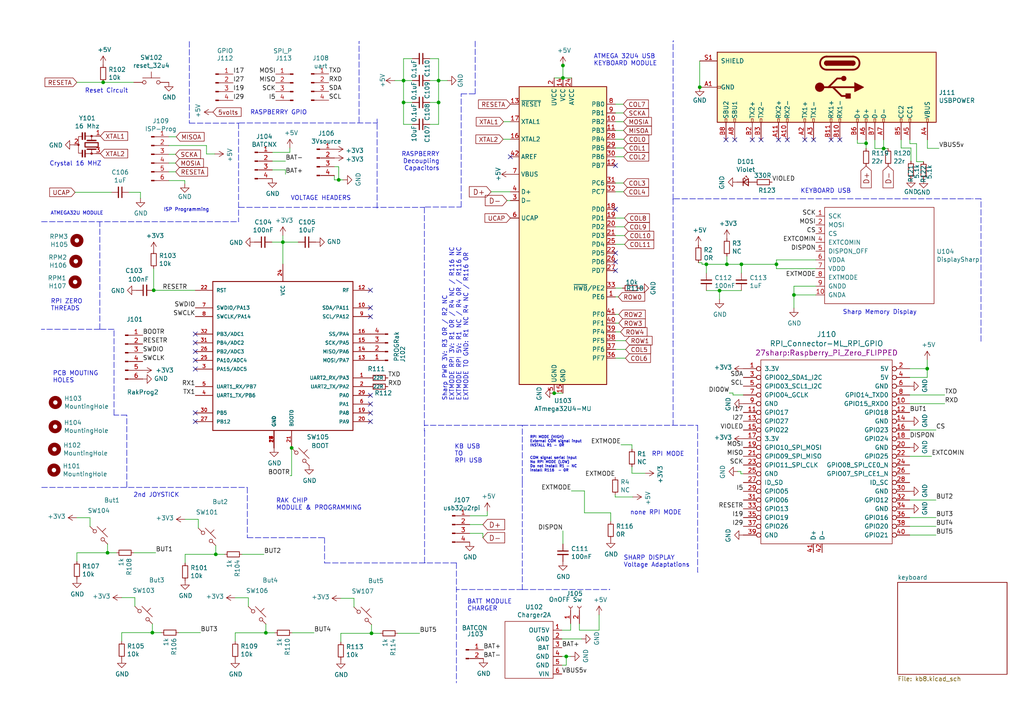
<source format=kicad_sch>
(kicad_sch (version 20211123) (generator eeschema)
  (paper "A4")
  (title_block (title "ShaRPIKeebo V2.0") (date "2022-12-01") (rev "May 2023") (company "Dr CADIC Philippe") (comment 1 "SHARP MEMORY DISPLAY - RPI 0 2W - QMK Kb - V May 2023"))
  (lib_symbols
    (symbol "Connector:Conn_01x02_Female" (pin_names (offset 1.016) hide)
      (property "Reference" "J" (at 0 2.54 0))
      (property "Value" "Conn_01x02_Female" (at 0 -5.08 0))
      (symbol "Conn_01x02_Female_1_1"
        (pin passive line (at -5.08 0 0) (length 3.81) (name "Pin_1") (number "1"))
        (pin passive line (at -5.08 -2.54 0) (length 3.81) (name "Pin_2") (number "2"))
      )
    )
    (symbol "Connector:Conn_01x02_Male" (pin_names (offset 1.016) hide)
      (property "Reference" "J" (at 0 2.54 0))
      (property "Value" "Conn_01x02_Male" (at 0 -5.08 0))
      (symbol "Conn_01x02_Male_1_1"
        (pin passive line (at 5.08 0 180) (length 3.81) (name "Pin_1") (number "1"))
        (pin passive line (at 5.08 -2.54 180) (length 3.81) (name "Pin_2") (number "2"))
      )
    )
    (symbol "Connector:Conn_01x04_Male" (pin_names (offset 1.016) hide)
      (property "Reference" "J" (at 0 5.08 0))
      (property "Value" "Conn_01x04_Male" (at 0 -7.62 0))
      (symbol "Conn_01x04_Male_1_1"
        (pin passive line (at 5.08 2.54 180) (length 3.81) (name "Pin_1") (number "1"))
        (pin passive line (at 5.08 0 180) (length 3.81) (name "Pin_2") (number "2"))
        (pin passive line (at 5.08 -2.54 180) (length 3.81) (name "Pin_3") (number "3"))
        (pin passive line (at 5.08 -5.08 180) (length 3.81) (name "Pin_4") (number "4"))
      )
    )
    (symbol "Connector:Conn_01x06_Male" (pin_names (offset 1.016) hide)
      (property "Reference" "J" (at 0 7.62 0))
      (property "Value" "Conn_01x06_Male" (at 0 -10.16 0))
      (symbol "Conn_01x06_Male_1_1"
        (pin passive line (at 5.08 5.08 180) (length 3.81) (name "Pin_1") (number "1"))
        (pin passive line (at 5.08 2.54 180) (length 3.81) (name "Pin_2") (number "2"))
        (pin passive line (at 5.08 0 180) (length 3.81) (name "Pin_3") (number "3"))
        (pin passive line (at 5.08 -2.54 180) (length 3.81) (name "Pin_4") (number "4"))
        (pin passive line (at 5.08 -5.08 180) (length 3.81) (name "Pin_5") (number "5"))
        (pin passive line (at 5.08 -7.62 180) (length 3.81) (name "Pin_6") (number "6"))
      )
    )
    (symbol "Connector:USB_C_Receptacle" (pin_names (offset 1.016))
      (property "Reference" "J" (at -10.16 29.21 0))
      (property "Value" "USB_C_Receptacle" (at 10.16 29.21 0))
      (symbol "USB_C_Receptacle_1_1"
        (pin passive line (at 0 -40.64 90) (length 5.08) (name "GND") (number "A1"))
        (pin bidirectional line (at 15.24 -15.24 180) (length 5.08) (name "RX2-") (number "A10"))
        (pin bidirectional line (at 15.24 -17.78 180) (length 5.08) (name "RX2+") (number "A11"))
        (pin passive line (at 0 -40.64 90) (length 5.08) hide (name "GND") (number "A12"))
        (pin bidirectional line (at 15.24 -10.16 180) (length 5.08) (name "TX1+") (number "A2"))
        (pin bidirectional line (at 15.24 -7.62 180) (length 5.08) (name "TX1-") (number "A3"))
        (pin passive line (at 15.24 25.4 180) (length 5.08) (name "VBUS") (number "A4"))
        (pin bidirectional line (at 15.24 20.32 180) (length 5.08) (name "CC1") (number "A5"))
        (pin bidirectional line (at 15.24 7.62 180) (length 5.08) (name "D+") (number "A6"))
        (pin bidirectional line (at 15.24 12.7 180) (length 5.08) (name "D-") (number "A7"))
        (pin bidirectional line (at 15.24 -30.48 180) (length 5.08) (name "SBU1") (number "A8"))
        (pin passive line (at 15.24 25.4 180) (length 5.08) hide (name "VBUS") (number "A9"))
        (pin passive line (at 0 -40.64 90) (length 5.08) hide (name "GND") (number "B1"))
        (pin bidirectional line (at 15.24 0 180) (length 5.08) (name "RX1-") (number "B10"))
        (pin bidirectional line (at 15.24 -2.54 180) (length 5.08) (name "RX1+") (number "B11"))
        (pin passive line (at 0 -40.64 90) (length 5.08) hide (name "GND") (number "B12"))
        (pin bidirectional line (at 15.24 -25.4 180) (length 5.08) (name "TX2+") (number "B2"))
        (pin bidirectional line (at 15.24 -22.86 180) (length 5.08) (name "TX2-") (number "B3"))
        (pin passive line (at 15.24 25.4 180) (length 5.08) hide (name "VBUS") (number "B4"))
        (pin bidirectional line (at 15.24 17.78 180) (length 5.08) (name "CC2") (number "B5"))
        (pin bidirectional line (at 15.24 5.08 180) (length 5.08) (name "D+") (number "B6"))
        (pin bidirectional line (at 15.24 10.16 180) (length 5.08) (name "D-") (number "B7"))
        (pin bidirectional line (at 15.24 -33.02 180) (length 5.08) (name "SBU2") (number "B8"))
        (pin passive line (at 15.24 25.4 180) (length 5.08) hide (name "VBUS") (number "B9"))
        (pin passive line (at -7.62 -40.64 90) (length 5.08) (name "SHIELD") (number "S1"))
      )
    )
    (symbol "Device:C_Small" (pin_numbers hide) (pin_names (offset 0.254) hide)
      (property "Reference" "C" (at 0.254 1.778 0))
      (property "Value" "C_Small" (at 0.254 -2.032 0))
      (symbol "C_Small_1_1"
        (pin passive line (at 0 2.54 270) (length 2.032) (name "~") (number "1"))
        (pin passive line (at 0 -2.54 90) (length 2.032) (name "~") (number "2"))
      )
    )
    (symbol "Device:LED_Small" (pin_numbers hide) (pin_names (offset 0.254) hide)
      (property "Reference" "D" (at -1.27 3.175 0))
      (property "Value" "LED_Small" (at -4.445 -2.54 0))
      (symbol "LED_Small_1_1"
        (pin passive line (at -2.54 0 0) (length 1.778) (name "K") (number "1"))
        (pin passive line (at 2.54 0 180) (length 1.778) (name "A") (number "2"))
      )
    )
    (symbol "Device:R_Small" (pin_numbers hide) (pin_names (offset 0.254) hide)
      (property "Reference" "R" (at 0.762 0.508 0))
      (property "Value" "R_Small" (at 0.762 -1.016 0))
      (symbol "R_Small_1_1"
        (pin passive line (at 0 2.54 270) (length 0.762) (name "~") (number "1"))
        (pin passive line (at 0 -2.54 90) (length 0.762) (name "~") (number "2"))
      )
    )
    (symbol "Device:Resonator_Small" (pin_names (offset 1.016) hide)
      (property "Reference" "Y" (at 3.175 1.905 0))
      (property "Value" "Resonator_Small" (at 3.175 0 0))
      (symbol "Resonator_Small_1_1"
        (pin passive line (at -2.54 2.54 270) (length 1.27) (name "1") (number "1"))
        (pin passive line (at 0 -5.08 90) (length 1.27) (name "2") (number "2"))
        (pin passive line (at 2.54 2.54 270) (length 1.27) (name "3") (number "3"))
      )
    )
    (symbol "Mechanical:MountingHole" (pin_names (offset 1.016))
      (property "Reference" "H" (at 0 5.08 0))
      (property "Value" "MountingHole" (at 0 3.175 0))
    )
    (symbol "MemoryBrakout-rescue:+3.3V-power" (power) (pin_names (offset 0))
      (property "Value" "+3.3V-power" (at 0 3.556 0))
      (symbol "+3.3V-power_1_1"
        (pin power_in line (at 0 0 90) (length 0) hide (name "+3V3") (number "1"))
      )
    )
    (symbol "MemoryBrakout-rescue:ATmega32U4-MU-MCU_Microchip_ATmega"
      (property "Reference" "U" (at -12.7 44.45 0))
      (property "Value" "ATmega32U4-MU-MCU_Microchip_ATmega" (at 2.54 -44.45 0))
      (symbol "ATmega32U4-MU-MCU_Microchip_ATmega_1_1"
        (pin bidirectional line (at 15.24 -17.78 180) (length 2.54) (name "PE6") (number "1"))
        (pin bidirectional line (at 15.24 33.02 180) (length 2.54) (name "PB2") (number "10"))
        (pin bidirectional line (at 15.24 30.48 180) (length 2.54) (name "PB3") (number "11"))
        (pin bidirectional line (at 15.24 20.32 180) (length 2.54) (name "PB7") (number "12"))
        (pin input line (at -15.24 38.1 0) (length 2.54) (name "~{RESET}") (number "13"))
        (pin power_in line (at 0 45.72 270) (length 2.54) (name "VCC") (number "14"))
        (pin power_in line (at 0 -45.72 90) (length 2.54) (name "GND") (number "15"))
        (pin output line (at -15.24 27.94 0) (length 2.54) (name "XTAL2") (number "16"))
        (pin input line (at -15.24 33.02 0) (length 2.54) (name "XTAL1") (number "17"))
        (pin bidirectional line (at 15.24 7.62 180) (length 2.54) (name "PD0") (number "18"))
        (pin bidirectional line (at 15.24 5.08 180) (length 2.54) (name "PD1") (number "19"))
        (pin power_in line (at -2.54 45.72 270) (length 2.54) (name "UVCC") (number "2"))
        (pin bidirectional line (at 15.24 2.54 180) (length 2.54) (name "PD2") (number "20"))
        (pin bidirectional line (at 15.24 0 180) (length 2.54) (name "PD3") (number "21"))
        (pin bidirectional line (at 15.24 -5.08 180) (length 2.54) (name "PD5") (number "22"))
        (pin passive line (at 0 -45.72 90) (length 2.54) hide (name "GND") (number "23"))
        (pin power_in line (at 2.54 45.72 270) (length 2.54) (name "AVCC") (number "24"))
        (pin bidirectional line (at 15.24 -2.54 180) (length 2.54) (name "PD4") (number "25"))
        (pin bidirectional line (at 15.24 -7.62 180) (length 2.54) (name "PD6") (number "26"))
        (pin bidirectional line (at 15.24 -10.16 180) (length 2.54) (name "PD7") (number "27"))
        (pin bidirectional line (at 15.24 27.94 180) (length 2.54) (name "PB4") (number "28"))
        (pin bidirectional line (at 15.24 25.4 180) (length 2.54) (name "PB5") (number "29"))
        (pin bidirectional line (at -15.24 10.16 0) (length 2.54) (name "D-") (number "3"))
        (pin bidirectional line (at 15.24 22.86 180) (length 2.54) (name "PB6") (number "30"))
        (pin bidirectional line (at 15.24 15.24 180) (length 2.54) (name "PC6") (number "31"))
        (pin bidirectional line (at 15.24 12.7 180) (length 2.54) (name "PC7") (number "32"))
        (pin bidirectional line (at 15.24 -15.24 180) (length 2.54) (name "~{HWB}/PE2") (number "33"))
        (pin passive line (at 0 45.72 270) (length 2.54) hide (name "VCC") (number "34"))
        (pin passive line (at 0 -45.72 90) (length 2.54) hide (name "GND") (number "35"))
        (pin bidirectional line (at 15.24 -35.56 180) (length 2.54) (name "PF7") (number "36"))
        (pin bidirectional line (at 15.24 -33.02 180) (length 2.54) (name "PF6") (number "37"))
        (pin bidirectional line (at 15.24 -30.48 180) (length 2.54) (name "PF5") (number "38"))
        (pin bidirectional line (at 15.24 -27.94 180) (length 2.54) (name "PF4") (number "39"))
        (pin bidirectional line (at -15.24 12.7 0) (length 2.54) (name "D+") (number "4"))
        (pin bidirectional line (at 15.24 -25.4 180) (length 2.54) (name "PF1") (number "40"))
        (pin bidirectional line (at 15.24 -22.86 180) (length 2.54) (name "PF0") (number "41"))
        (pin passive line (at -15.24 22.86 0) (length 2.54) (name "AREF") (number "42"))
        (pin passive line (at 0 -45.72 90) (length 2.54) hide (name "GND") (number "43"))
        (pin passive line (at 2.54 45.72 270) (length 2.54) hide (name "AVCC") (number "44"))
        (pin passive line (at 0 -45.72 90) (length 2.54) hide (name "GND") (number "45"))
        (pin passive line (at -2.54 -45.72 90) (length 2.54) (name "UGND") (number "5"))
        (pin passive line (at -15.24 5.08 0) (length 2.54) (name "UCAP") (number "6"))
        (pin input line (at -15.24 17.78 0) (length 2.54) (name "VBUS") (number "7"))
        (pin bidirectional line (at 15.24 38.1 180) (length 2.54) (name "PB0") (number "8"))
        (pin bidirectional line (at 15.24 35.56 180) (length 2.54) (name "PB1") (number "9"))
      )
    )
    (symbol "MemoryBrakout-rescue:Charger2A-charger2a" (pin_names (offset 1.016))
      (property "Reference" "U" (at 1.27 -1.27 0))
      (property "Value" "Charger2A-charger2a" (at 1.27 7.62 90))
      (symbol "Charger2A-charger2a_1_1"
        (pin power_out line (at 16.51 13.97 180) (length 2.54) (name "OUT5V") (number "1"))
        (pin passive line (at 16.51 11.43 180) (length 2.54) (name "GND") (number "2"))
        (pin power_out line (at 16.51 8.89 180) (length 2.54) (name "BAT") (number "3"))
        (pin passive line (at 16.51 6.35 180) (length 2.54) (name "GND") (number "4"))
        (pin passive line (at 16.51 3.81 180) (length 2.54) (name "GND") (number "5"))
        (pin power_in line (at 16.51 1.27 180) (length 2.54) (name "VIN") (number "6"))
      )
    )
    (symbol "MemoryBrakout-rescue:DisplaySharp-displaysharp27" (pin_names (offset 1.016))
      (property "Reference" "U" (at 16.51 5.08 0))
      (property "Value" "DisplaySharp-displaysharp27" (at 21.59 27.94 0))
      (symbol "DisplaySharp-displaysharp27_1_1"
        (pin bidirectional line (at -2.54 29.21 0) (length 2.54) (name "SCK") (number "1"))
        (pin power_in line (at -2.54 6.35 0) (length 2.54) (name "GNDA") (number "10"))
        (pin bidirectional line (at -2.54 26.67 0) (length 2.54) (name "MOSI") (number "2"))
        (pin bidirectional line (at -2.54 24.13 0) (length 2.54) (name "CS") (number "3"))
        (pin bidirectional line (at -2.54 21.59 0) (length 2.54) (name "EXTCOMIN") (number "4"))
        (pin bidirectional line (at -2.54 19.05 0) (length 2.54) (name "DISPON_OFF") (number "5"))
        (pin power_in line (at -2.54 16.51 0) (length 2.54) (name "VDDA") (number "6"))
        (pin power_in line (at -2.54 13.97 0) (length 2.54) (name "VDDD") (number "7"))
        (pin bidirectional line (at -2.54 11.43 0) (length 2.54) (name "EXTMODE") (number "8"))
        (pin power_in line (at -2.54 8.89 0) (length 2.54) (name "GNDD") (number "9"))
      )
    )
    (symbol "MemoryBrakout-rescue:RAK3172-RAK3172" (pin_names (offset 1.016))
      (symbol "RAK3172-RAK3172_0_0"
        (pin bidirectional line (at 45.72 12.7 180) (length 5.08) (name "UART2_RX/PA3") (number "1"))
        (pin bidirectional line (at 45.72 33.02 180) (length 5.08) (name "SDA/PA11") (number "10"))
        (pin output line (at 17.78 -7.62 90) (length 5.08) (name "GND") (number "11"))
        (pin output line (at 45.72 38.1 180) (length 5.08) (name "RF") (number "12"))
        (pin bidirectional line (at 45.72 17.78 180) (length 5.08) (name "MOSI/PA7") (number "13"))
        (pin bidirectional line (at 45.72 20.32 180) (length 5.08) (name "MISO/PA6") (number "14"))
        (pin bidirectional line (at 45.72 22.86 180) (length 5.08) (name "SCK/PA5") (number "15"))
        (pin bidirectional line (at 45.72 25.4 180) (length 5.08) (name "SS/PA4") (number "16"))
        (pin output line (at 17.78 -7.62 90) (length 5.08) (name "GND") (number "17"))
        (pin output line (at 17.78 -7.62 90) (length 5.08) (name "GND") (number "18"))
        (pin bidirectional line (at 45.72 2.54 180) (length 5.08) (name "PA8") (number "19"))
        (pin bidirectional line (at 45.72 10.16 180) (length 5.08) (name "UART2_TX/PA2") (number "2"))
        (pin bidirectional line (at 45.72 0 180) (length 5.08) (name "PA9") (number "20"))
        (pin input line (at 22.86 -7.62 90) (length 5.08) (name "BOOT0") (number "21"))
        (pin input line (at -5.08 38.1 0) (length 5.08) (name "RST") (number "22"))
        (pin output line (at 17.78 -7.62 90) (length 5.08) (name "GND") (number "23"))
        (pin output line (at 20.32 45.72 270) (length 5.08) (name "VCC") (number "24"))
        (pin bidirectional line (at -5.08 17.78 0) (length 5.08) (name "PA10/ADC4") (number "25"))
        (pin bidirectional line (at -5.08 20.32 0) (length 5.08) (name "PB2/ADC3") (number "26"))
        (pin bidirectional line (at -5.08 0 0) (length 5.08) (name "PB12") (number "27"))
        (pin output line (at 17.78 -7.62 90) (length 5.08) (name "GND") (number "28"))
        (pin bidirectional line (at 45.72 7.62 180) (length 5.08) (name "PA0") (number "29"))
        (pin bidirectional line (at -5.08 15.24 0) (length 5.08) (name "PA15/ADC5") (number "3"))
        (pin bidirectional line (at -5.08 2.54 0) (length 5.08) (name "PB5") (number "30"))
        (pin bidirectional line (at -5.08 22.86 0) (length 5.08) (name "PB4/ADC2") (number "31"))
        (pin bidirectional line (at -5.08 25.4 0) (length 5.08) (name "PB3/ADC1") (number "32"))
        (pin bidirectional line (at -5.08 7.62 0) (length 5.08) (name "UART1_TX/PB6") (number "4"))
        (pin bidirectional line (at -5.08 10.16 0) (length 5.08) (name "UART1_RX/PB7") (number "5"))
        (pin bidirectional line (at 45.72 5.08 180) (length 5.08) (name "PA1") (number "6"))
        (pin bidirectional line (at -5.08 33.02 0) (length 5.08) (name "SWDIO/PA13") (number "7"))
        (pin bidirectional line (at -5.08 30.48 0) (length 5.08) (name "SWCLK/PA14") (number "8"))
        (pin bidirectional line (at 45.72 30.48 180) (length 5.08) (name "SCL/PA12") (number "9"))
      )
    )
    (symbol "MemoryBrakout-rescue:RPI_Connector-ML_RPi_GPIO-feathershield-cache" (pin_names (offset 1.016))
      (property "Reference" "J" (at 19.05 6.35 0))
      (property "Value" "RPI_Connector-ML_RPi_GPIO-feathershield-cache" (at 19.05 3.81 0))
      (symbol "RPI_Connector-ML_RPi_GPIO-feathershield-cache_1_1"
        (pin power_in inverted (at -5.08 0 0) (length 5.08) (name "3.3V") (number "1"))
        (pin bidirectional inverted (at 43.18 -10.16 180) (length 5.08) (name "GPIO15_RXD0") (number "10"))
        (pin bidirectional inverted (at -5.08 -12.7 0) (length 5.08) (name "GPIO17") (number "11"))
        (pin bidirectional inverted (at 43.18 -12.7 180) (length 5.08) (name "GPIO18") (number "12"))
        (pin bidirectional inverted (at -5.08 -15.24 0) (length 5.08) (name "GPIO27") (number "13"))
        (pin power_in inverted (at 43.18 -15.24 180) (length 5.08) (name "GND") (number "14"))
        (pin bidirectional inverted (at -5.08 -17.78 0) (length 5.08) (name "GPIO22") (number "15"))
        (pin bidirectional inverted (at 43.18 -17.78 180) (length 5.08) (name "GPIO23") (number "16"))
        (pin power_in inverted (at -5.08 -20.32 0) (length 5.08) (name "3.3V") (number "17"))
        (pin bidirectional inverted (at 43.18 -20.32 180) (length 5.08) (name "GPIO24") (number "18"))
        (pin bidirectional inverted (at -5.08 -22.86 0) (length 5.08) (name "GPIO10_SPI_MOSI") (number "19"))
        (pin power_in inverted (at 43.18 0 180) (length 5.08) (name "5V") (number "2"))
        (pin power_in inverted (at 43.18 -22.86 180) (length 5.08) (name "GND") (number "20"))
        (pin bidirectional inverted (at -5.08 -25.4 0) (length 5.08) (name "GPIO09_SPI_MISO") (number "21"))
        (pin bidirectional inverted (at 43.18 -25.4 180) (length 5.08) (name "GPIO25") (number "22"))
        (pin bidirectional inverted (at -5.08 -27.94 0) (length 5.08) (name "GPIO11_SPI_CLK") (number "23"))
        (pin bidirectional inverted (at 43.18 -27.94 180) (length 5.08) (name "GPIO08_SPI_CE0_N") (number "24"))
        (pin power_in inverted (at -5.08 -30.48 0) (length 5.08) (name "GND") (number "25"))
        (pin bidirectional inverted (at 43.18 -30.48 180) (length 5.08) (name "GPIO07_SPI_CE1_N") (number "26"))
        (pin bidirectional inverted (at -5.08 -33.02 0) (length 5.08) (name "ID_SD") (number "27"))
        (pin bidirectional inverted (at 43.18 -33.02 180) (length 5.08) (name "ID_SC") (number "28"))
        (pin bidirectional inverted (at -5.08 -35.56 0) (length 5.08) (name "GPIO05") (number "29"))
        (pin bidirectional inverted (at -5.08 -2.54 0) (length 5.08) (name "GPIO02_SDA1_I2C") (number "3"))
        (pin power_in inverted (at 43.18 -35.56 180) (length 5.08) (name "GND") (number "30"))
        (pin bidirectional inverted (at -5.08 -38.1 0) (length 5.08) (name "GPIO06") (number "31"))
        (pin bidirectional inverted (at 43.18 -38.1 180) (length 5.08) (name "GPIO12") (number "32"))
        (pin bidirectional inverted (at -5.08 -40.64 0) (length 5.08) (name "GPIO13") (number "33"))
        (pin power_in inverted (at 43.18 -40.64 180) (length 5.08) (name "GND") (number "34"))
        (pin bidirectional inverted (at -5.08 -43.18 0) (length 5.08) (name "GPIO19") (number "35"))
        (pin bidirectional inverted (at 43.18 -43.18 180) (length 5.08) (name "GPIO16") (number "36"))
        (pin bidirectional inverted (at -5.08 -45.72 0) (length 5.08) (name "GPIO26") (number "37"))
        (pin bidirectional inverted (at 43.18 -45.72 180) (length 5.08) (name "GPIO20") (number "38"))
        (pin power_in inverted (at -5.08 -48.26 0) (length 5.08) (name "GND") (number "39"))
        (pin power_in inverted (at 43.18 -2.54 180) (length 5.08) (name "5V") (number "4"))
        (pin bidirectional inverted (at 43.18 -48.26 180) (length 5.08) (name "GPIO21") (number "40"))
        (pin input line (at 15.24 -53.34 90) (length 2.54) (name "D+") (number "41"))
        (pin input line (at 17.78 -53.34 90) (length 2.54) (name "D-") (number "42"))
        (pin bidirectional inverted (at -5.08 -5.08 0) (length 5.08) (name "GPIO03_SCL1_I2C") (number "5"))
        (pin power_in inverted (at 43.18 -5.08 180) (length 5.08) (name "GND") (number "6"))
        (pin bidirectional inverted (at -5.08 -7.62 0) (length 5.08) (name "GPIO04_GCLK") (number "7"))
        (pin bidirectional inverted (at 43.18 -7.62 180) (length 5.08) (name "GPIO14_TXD0") (number "8"))
        (pin power_in inverted (at -5.08 -10.16 0) (length 5.08) (name "GND") (number "9"))
      )
    )
    (symbol "MemoryBrakout-rescue:sw_push_45deg_SW_Push_45deg-ComputeModule3Board-cache" (pin_numbers hide) (pin_names (offset 1.016) hide)
      (property "Reference" "SW" (at 3.048 1.016 0))
      (property "Value" "sw_push_45deg_SW_Push_45deg-ComputeModule3Board-cache" (at 0 -3.81 0))
      (symbol "sw_push_45deg_SW_Push_45deg-ComputeModule3Board-cache_0_1"
        (pin passive line (at -2.54 2.54 0) (length 0) (name "1") (number "1"))
        (pin passive line (at 2.54 -2.54 180) (length 0) (name "2") (number "2"))
      )
    )
    (symbol "Switch:SW_Push" (pin_numbers hide) (pin_names (offset 1.016) hide)
      (property "Reference" "SW" (at 1.27 2.54 0))
      (property "Value" "SW_Push" (at 0 -1.524 0))
      (symbol "SW_Push_0_1"
        (pin passive line (at -5.08 0 0) (length 2.54) (name "1") (number "1"))
        (pin passive line (at 5.08 0 180) (length 2.54) (name "2") (number "2"))
      )
    )
    (symbol "Switch:SW_Push_45deg" (pin_numbers hide) (pin_names (offset 1.016) hide)
      (property "Reference" "SW" (at 3.048 1.016 0))
      (property "Value" "SW_Push_45deg" (at 0 -3.81 0))
      (symbol "SW_Push_45deg_0_1"
        (pin passive line (at -2.54 2.54 0) (length 0) (name "1") (number "1"))
        (pin passive line (at 2.54 -2.54 180) (length 0) (name "2") (number "2"))
      )
    )
    (symbol "power:+5V" (power) (pin_names (offset 0))
      (property "Value" "+5V" (at 0 3.556 0))
      (symbol "+5V_1_1"
        (pin power_in line (at 0 0 90) (length 0) hide (name "+5V") (number "1"))
      )
    )
    (symbol "power:GND" (power) (pin_names (offset 0))
      (property "Value" "GND" (at 0 -3.81 0))
      (symbol "GND_1_1"
        (pin power_in line (at 0 0 270) (length 0) hide (name "GND") (number "1"))
      )
    )
  )
  (junction (at 82.042 70.231))
  (junction (at 230.2764 85.5472))
  (junction (at 210.82 76.6572))
  (junction (at 117.0432 23.368))
  (junction (at 29.9212 23.876))
  (junction (at 117.0432 29.718))
  (junction (at 44.577 84.201))
  (junction (at 160.7312 114.046))
  (junction (at 208.6864 84.2772))
  (junction (at 77.1144 183.5404))
  (junction (at 202.946 25.2984))
  (junction (at 84.582 129.921))
  (junction (at 44.196 183.4896))
  (junction (at 98.2472 52.1716))
  (junction (at 127.2032 29.718))
  (junction (at 31.1912 160.3248))
  (junction (at 127.2032 23.368))
  (junction (at 225.1964 76.6572))
  (junction (at 62.5856 160.782))
  (junction (at 256.286 43.0784))
  (junction (at 251.206 41.5544))
  (junction (at 163.2712 22.606))
  (junction (at 163.2712 18.9992))
  (junction (at 204.8764 76.6572))
  (junction (at 164.2364 190.3984))
  (junction (at 268.9352 106.934))
  (junction (at 107.7468 183.6928))
  (junction (at 215.0364 76.6572))
  (no_connect (at 218.186 40.5384))
  (no_connect (at 148.0312 45.466))
  (no_connect (at 241.046 40.5384))
  (no_connect (at 56.642 104.4956))
  (no_connect (at 228.346 40.5384))
  (no_connect (at 56.642 107.0356))
  (no_connect (at 107.442 122.2756))
  (no_connect (at 243.586 40.5384))
  (no_connect (at 56.642 122.2756))
  (no_connect (at 225.806 40.5384))
  (no_connect (at 178.5112 78.486))
  (no_connect (at 220.726 40.5384))
  (no_connect (at 56.642 119.7356))
  (no_connect (at 56.642 101.9556))
  (no_connect (at 178.5112 75.946))
  (no_connect (at 233.426 40.5384))
  (no_connect (at 107.442 89.2556))
  (no_connect (at 56.642 99.4156))
  (no_connect (at 178.5112 48.006))
  (no_connect (at 178.5112 73.406))
  (no_connect (at 107.442 117.1956))
  (no_connect (at 107.442 119.7864))
  (no_connect (at 107.442 91.8464))
  (no_connect (at 107.442 84.1756))
  (no_connect (at 235.966 40.5384))
  (no_connect (at 213.106 40.5384))
  (no_connect (at 107.442 114.6556))
  (no_connect (at 210.566 40.5384))
  (no_connect (at 178.5112 60.706))
  (no_connect (at 56.642 96.8756))
  (wire (pts (xy 263.8552 145.034) (xy 271.4752 145.034)))
  (wire (pts (xy 160.7312 22.606) (xy 163.2712 22.606)))
  (wire (pts (xy 168.0464 180.8734) (xy 168.0464 182.7784)))
  (polyline (pts (xy 151.4856 123.3424) (xy 202.3364 123.3424)))
  (polyline (pts (xy 195.2244 98.9584) (xy 195.2244 123.3424)))
  (wire (pts (xy 236.6264 83.0072) (xy 230.2764 83.0072)))
  (wire (pts (xy 183.2864 135.3566) (xy 183.2864 137.2616)))
  (wire (pts (xy 268.9352 109.474) (xy 268.9352 106.934)))
  (wire (pts (xy 162.9664 192.9384) (xy 164.2364 192.9384)))
  (wire (pts (xy 203.6064 76.2) (xy 203.6064 76.6572)))
  (wire (pts (xy 256.286 43.0784) (xy 257.6068 43.0784)))
  (wire (pts (xy 263.8552 124.714) (xy 271.4752 124.714)))
  (wire (pts (xy 48.9712 44.7548) (xy 50.9016 44.7548)))
  (wire (pts (xy 230.2764 89.3572) (xy 230.2764 85.5472)))
  (wire (pts (xy 230.2764 85.5472) (xy 236.6264 85.5472)))
  (wire (pts (xy 82.804 49.276) (xy 82.804 50.546)))
  (polyline (pts (xy 36.7792 120.396) (xy 33.0708 120.396)))
  (wire (pts (xy 38.8112 160.3248) (xy 45.1612 160.3248)))
  (polyline (pts (xy 133.7564 60.0456) (xy 133.7564 27.2288)))
  (wire (pts (xy 178.435 144.145) (xy 183.515 144.145)))
  (wire (pts (xy 78.867 70.231) (xy 82.042 70.231)))
  (wire (pts (xy 253.746 43.0784) (xy 256.286 43.0784)))
  (wire (pts (xy 215.5952 114.554) (xy 212.598 114.554)))
  (wire (pts (xy 177.1396 148.7424) (xy 177.1396 151.2824)))
  (wire (pts (xy 136.2456 154.686) (xy 140.0556 154.686)))
  (wire (pts (xy 263.8552 109.474) (xy 268.9352 109.474)))
  (wire (pts (xy 164.2364 192.9384) (xy 164.2364 190.3984)))
  (wire (pts (xy 265.8364 41.656) (xy 265.8364 46.8884)))
  (wire (pts (xy 268.986 40.5384) (xy 268.986 43.0276)))
  (polyline (pts (xy 284.5308 99.0092) (xy 284.5308 57.658)))
  (wire (pts (xy 117.0432 23.368) (xy 117.0432 17.018)))
  (wire (pts (xy 53.6956 150.622) (xy 57.5056 150.622)))
  (wire (pts (xy 26.1112 150.1648) (xy 26.1112 152.7048)))
  (wire (pts (xy 53.594 52.3748) (xy 53.594 53.2384)))
  (wire (pts (xy 37.3888 55.7784) (xy 40.7416 55.7784)))
  (wire (pts (xy 86.487 70.231) (xy 82.042 70.231)))
  (wire (pts (xy 124.6632 23.368) (xy 127.2032 23.368)))
  (wire (pts (xy 256.286 40.5384) (xy 256.286 43.0784)))
  (polyline (pts (xy 132.3848 163.2712) (xy 132.3848 198.0692)))
  (polyline (pts (xy 109.3724 60.4012) (xy 109.3724 34.4932)))
  (wire (pts (xy 178.5112 32.766) (xy 180.848 32.766)))
  (wire (pts (xy 178.5112 42.926) (xy 180.8988 42.926)))
  (wire (pts (xy 98.8568 186.2328) (xy 98.8568 183.6928)))
  (wire (pts (xy 183.2864 129.0066) (xy 183.2864 130.2766)))
  (wire (pts (xy 178.5112 91.186) (xy 179.4764 91.186)))
  (wire (pts (xy 35.306 186.0296) (xy 35.306 183.4896)))
  (wire (pts (xy 263.8552 150.114) (xy 271.4752 150.114)))
  (wire (pts (xy 178.5112 86.106) (xy 179.324 86.106)))
  (wire (pts (xy 162.9664 182.7784) (xy 165.5064 182.7784)))
  (wire (pts (xy 115.3668 183.6928) (xy 121.7168 183.6928)))
  (wire (pts (xy 271.4752 152.654) (xy 263.8552 152.654)))
  (polyline (pts (xy 284.5308 57.658) (xy 282.0416 57.658)))
  (wire (pts (xy 178.5112 53.086) (xy 180.848 53.086)))
  (polyline (pts (xy 202.3364 123.3424) (xy 202.3364 165.9636)))
  (wire (pts (xy 163.2712 22.606) (xy 163.2712 18.9992)))
  (wire (pts (xy 140.0556 154.686) (xy 140.0556 155.956)))
  (wire (pts (xy 22.3012 162.8648) (xy 22.3012 160.3248)))
  (wire (pts (xy 77.1144 181.0004) (xy 77.1144 183.5404)))
  (wire (pts (xy 263.906 41.656) (xy 265.8364 41.656)))
  (wire (pts (xy 178.5112 40.386) (xy 180.8988 40.386)))
  (wire (pts (xy 204.8764 79.1972) (xy 204.8764 76.6572)))
  (wire (pts (xy 164.2364 190.3984) (xy 165.5064 190.3984)))
  (wire (pts (xy 208.6864 86.8172) (xy 208.6864 84.2772)))
  (wire (pts (xy 31.1912 157.7848) (xy 31.1912 160.3248)))
  (polyline (pts (xy 151.4856 139.7508) (xy 151.4856 123.3424)))
  (wire (pts (xy 82.042 68.326) (xy 82.042 70.231)))
  (wire (pts (xy 263.906 40.5384) (xy 263.906 41.656)))
  (wire (pts (xy 180.5432 83.566) (xy 178.5112 83.566)))
  (wire (pts (xy 202.946 25.2984) (xy 202.946 17.6784)))
  (wire (pts (xy 178.5112 45.466) (xy 180.8988 45.466)))
  (wire (pts (xy 78.994 46.736) (xy 82.804 46.736)))
  (wire (pts (xy 163.2712 18.923) (xy 163.2712 18.9992)))
  (wire (pts (xy 48.9712 47.2948) (xy 50.9016 47.2948)))
  (wire (pts (xy 96.9772 50.9016) (xy 96.9772 52.1716)))
  (wire (pts (xy 127.2032 17.018) (xy 124.6632 17.018)))
  (polyline (pts (xy 28.956 95.504) (xy 12.0396 95.504)))
  (wire (pts (xy 177.1396 148.7424) (xy 169.5196 148.7424)))
  (polyline (pts (xy 12.0904 141.3764) (xy 71.7296 141.3764)))
  (wire (pts (xy 215.5952 137.414) (xy 214.884 137.414)))
  (wire (pts (xy 127.2032 23.368) (xy 129.7432 23.368)))
  (polyline (pts (xy 132.4356 170.9928) (xy 132.4356 170.942)))
  (wire (pts (xy 68.2244 183.5404) (xy 77.1144 183.5404)))
  (polyline (pts (xy 69.2404 60.1472) (xy 123.0884 60.1472)))
  (wire (pts (xy 44.196 183.4896) (xy 46.736 183.4896)))
  (wire (pts (xy 211.582 113.9952) (xy 211.582 114.046)))
  (wire (pts (xy 98.2472 52.1716) (xy 99.5172 52.1716)))
  (polyline (pts (xy 151.5364 170.9928) (xy 132.4356 170.9928)))
  (wire (pts (xy 160.7312 114.046) (xy 163.2712 114.046)))
  (wire (pts (xy 22.3012 150.1648) (xy 26.1112 150.1648)))
  (wire (pts (xy 53.6956 163.322) (xy 53.6956 160.782)))
  (polyline (pts (xy 151.4856 139.7508) (xy 151.4856 170.9928)))
  (wire (pts (xy 202.565 76.2) (xy 203.6064 76.2)))
  (polyline (pts (xy 28.956 95.504) (xy 28.956 64.3128)))
  (wire (pts (xy 51.816 183.4896) (xy 58.166 183.4896)))
  (wire (pts (xy 178.5112 96.266) (xy 179.9844 96.266)))
  (wire (pts (xy 169.5196 148.7424) (xy 169.5196 142.3924)))
  (wire (pts (xy 59.8932 44.6532) (xy 62.2808 44.6532)))
  (wire (pts (xy 263.8552 132.334) (xy 270.2052 132.334)))
  (wire (pts (xy 180.1114 129.0066) (xy 183.2864 129.0066)))
  (polyline (pts (xy 123.2916 60.0456) (xy 133.7564 60.0456)))
  (wire (pts (xy 141.3256 149.606) (xy 141.3256 148.336)))
  (wire (pts (xy 48.9712 52.3748) (xy 53.594 52.3748)))
  (wire (pts (xy 263.8552 155.194) (xy 271.4752 155.194)))
  (wire (pts (xy 178.5112 63.246) (xy 181.102 63.246)))
  (wire (pts (xy 62.5856 160.782) (xy 65.1256 160.782)))
  (wire (pts (xy 68.2244 186.0804) (xy 68.2244 183.5404)))
  (wire (pts (xy 251.206 41.5544) (xy 251.206 43.0784)))
  (wire (pts (xy 78.994 44.196) (xy 84.074 44.196)))
  (wire (pts (xy 178.5112 70.866) (xy 181.1528 70.866)))
  (wire (pts (xy 68.2244 173.3804) (xy 72.0344 173.3804)))
  (wire (pts (xy 117.0432 29.718) (xy 119.5832 29.718)))
  (polyline (pts (xy 123.0884 124.9172) (xy 123.2408 124.9172)))
  (wire (pts (xy 168.0464 182.7784) (xy 173.7614 182.7784)))
  (wire (pts (xy 127.2032 36.068) (xy 124.6632 36.068)))
  (polyline (pts (xy 123.0884 60.1472) (xy 123.0884 124.9172)))
  (wire (pts (xy 204.8764 76.6572) (xy 210.82 76.6572)))
  (wire (pts (xy 44.196 180.9496) (xy 44.196 183.4896)))
  (polyline (pts (xy 12.0396 64.3128) (xy 69.1896 64.3128)))
  (polyline (pts (xy 123.19 123.3424) (xy 123.19 123.444)))
  (polyline (pts (xy 123.1392 124.968) (xy 123.1392 163.2204)))
  (polyline (pts (xy 36.7792 141.3256) (xy 36.7792 120.396)))
  (polyline (pts (xy 69.1896 35.7124) (xy 69.1896 64.3128)))
  (wire (pts (xy 178.5112 65.786) (xy 181.102 65.786)))
  (wire (pts (xy 178.5112 93.726) (xy 179.4764 93.726)))
  (wire (pts (xy 44.577 77.851) (xy 44.577 84.201)))
  (polyline (pts (xy 176.8348 170.8912) (xy 176.8348 170.9928)))
  (wire (pts (xy 84.582 137.9474) (xy 84.582 129.921)))
  (wire (pts (xy 117.0432 23.368) (xy 119.5832 23.368)))
  (wire (pts (xy 98.8568 173.5328) (xy 102.6668 173.5328)))
  (wire (pts (xy 117.0432 36.068) (xy 117.0432 29.718)))
  (wire (pts (xy 183.2864 137.2616) (xy 187.0964 137.2616)))
  (wire (pts (xy 114.5032 23.368) (xy 117.0432 23.368)))
  (wire (pts (xy 39.116 173.3296) (xy 39.116 175.8696)))
  (wire (pts (xy 208.6864 84.2772) (xy 215.0364 84.2772)))
  (wire (pts (xy 236.6264 77.9272) (xy 225.1964 77.9272)))
  (polyline (pts (xy 104.14 35.56) (xy 104.14 12.0396)))
  (polyline (pts (xy 33.0708 95.504) (xy 28.956 95.504)))
  (polyline (pts (xy 202.3364 165.9636) (xy 202.438 165.9636)))
  (wire (pts (xy 214.884 136.7536) (xy 213.9696 136.7536)))
  (wire (pts (xy 48.9712 39.6748) (xy 51.1048 39.6748)))
  (wire (pts (xy 32.3088 55.7784) (xy 21.7932 55.7784)))
  (wire (pts (xy 98.2472 48.3616) (xy 98.2472 52.1716)))
  (polyline (pts (xy 33.0708 120.396) (xy 33.0708 95.504)))
  (polyline (pts (xy 151.4856 170.9928) (xy 176.8348 170.9928)))
  (wire (pts (xy 119.5832 36.068) (xy 117.0432 36.068)))
  (wire (pts (xy 178.5112 35.306) (xy 180.848 35.306)))
  (wire (pts (xy 78.994 49.276) (xy 82.804 49.276)))
  (polyline (pts (xy 71.7296 141.3764) (xy 71.7296 155.956)))
  (wire (pts (xy 163.2712 153.9748) (xy 163.2712 157.7848)))
  (wire (pts (xy 265.8364 46.8884) (xy 267.8684 46.8884)))
  (wire (pts (xy 210.82 74.295) (xy 210.82 76.6572)))
  (wire (pts (xy 53.6956 160.782) (xy 62.5856 160.782)))
  (wire (pts (xy 84.0994 137.9474) (xy 84.582 137.9474)))
  (wire (pts (xy 40.7416 55.7784) (xy 40.7416 57.5056)))
  (wire (pts (xy 173.7614 182.7784) (xy 173.7614 178.3334)))
  (wire (pts (xy 57.5056 150.622) (xy 57.5056 153.162)))
  (wire (pts (xy 145.9484 40.386) (xy 148.0312 40.386)))
  (wire (pts (xy 124.6632 29.718) (xy 127.2032 29.718)))
  (wire (pts (xy 127.2032 36.068) (xy 127.2032 29.718)))
  (wire (pts (xy 107.7468 181.1528) (xy 107.7468 183.6928)))
  (wire (pts (xy 212.598 114.554) (xy 212.598 113.9952)))
  (polyline (pts (xy 133.7564 27.2288) (xy 137.8204 27.2288)))
  (wire (pts (xy 251.206 40.5384) (xy 251.206 41.5544)))
  (wire (pts (xy 178.5112 98.806) (xy 181.4576 98.806)))
  (wire (pts (xy 38.8112 23.876) (xy 29.9212 23.876)))
  (polyline (pts (xy 54.9148 35.7124) (xy 69.1896 35.7124)))
  (polyline (pts (xy 71.7296 155.956) (xy 94.1324 155.956)))
  (wire (pts (xy 107.7468 183.6928) (xy 110.2868 183.6928)))
  (polyline (pts (xy 54.9148 12.0396) (xy 54.9148 35.7124)))
  (wire (pts (xy 62.5856 158.242) (xy 62.5856 160.782)))
  (wire (pts (xy 102.6668 173.5328) (xy 102.6668 176.0728)))
  (wire (pts (xy 146.05 35.306) (xy 148.0312 35.306)))
  (wire (pts (xy 147.066 58.166) (xy 148.0312 58.166)))
  (wire (pts (xy 225.1964 77.9272) (xy 225.1964 76.6572)))
  (polyline (pts (xy 195.2244 11.8872) (xy 195.4276 11.8872)))
  (wire (pts (xy 214.884 137.414) (xy 214.884 136.7536)))
  (wire (pts (xy 263.8552 117.094) (xy 274.0152 117.094)))
  (wire (pts (xy 77.1144 183.5404) (xy 79.6544 183.5404)))
  (wire (pts (xy 263.8552 106.934) (xy 268.9352 106.934)))
  (wire (pts (xy 178.5112 101.346) (xy 181.4576 101.346)))
  (wire (pts (xy 136.2456 152.146) (xy 140.0556 152.146)))
  (wire (pts (xy 29.9212 23.876) (xy 22.3012 23.876)))
  (wire (pts (xy 82.042 70.231) (xy 82.042 76.581)))
  (polyline (pts (xy 104.14 12.0396) (xy 104.2416 12.0396)))
  (wire (pts (xy 148.0312 55.626) (xy 142.4432 55.626)))
  (wire (pts (xy 215.0364 76.6572) (xy 225.1964 76.6572)))
  (wire (pts (xy 268.9352 106.934) (xy 268.9352 104.394)))
  (wire (pts (xy 44.577 84.201) (xy 56.642 84.201)))
  (wire (pts (xy 84.074 44.196) (xy 84.074 42.926)))
  (wire (pts (xy 169.5196 142.3924) (xy 165.7096 142.3924)))
  (wire (pts (xy 248.666 40.5384) (xy 248.666 41.5544)))
  (polyline (pts (xy 123.1392 163.2204) (xy 123.3932 163.2204)))
  (wire (pts (xy 261.366 42.926) (xy 264.2108 42.926)))
  (wire (pts (xy 261.366 40.5384) (xy 261.366 42.926)))
  (polyline (pts (xy 94.1324 163.2712) (xy 132.3848 163.2712)))
  (polyline (pts (xy 151.638 123.3424) (xy 123.19 123.3424)))
  (polyline (pts (xy 69.342 35.6616) (xy 109.4232 35.6616)))
  (wire (pts (xy 72.0344 173.3804) (xy 72.0344 175.9204)))
  (wire (pts (xy 162.9664 190.3984) (xy 164.2364 190.3984)))
  (wire (pts (xy 48.9712 49.8348) (xy 50.9524 49.8348)))
  (polyline (pts (xy 12.0396 95.504) (xy 12.0396 95.5548)))
  (wire (pts (xy 165.5064 182.7784) (xy 165.5064 180.8734)))
  (wire (pts (xy 84.7344 183.5404) (xy 91.0844 183.5404)))
  (wire (pts (xy 31.1912 160.3248) (xy 33.7312 160.3248)))
  (wire (pts (xy 59.8932 42.2148) (xy 59.8932 44.6532)))
  (wire (pts (xy 70.2056 160.782) (xy 76.5556 160.782)))
  (wire (pts (xy 215.0364 79.1972) (xy 215.0364 76.6572)))
  (wire (pts (xy 96.9772 52.1716) (xy 98.2472 52.1716)))
  (polyline (pts (xy 195.2244 57.912) (xy 195.2244 11.8872)))
  (wire (pts (xy 35.306 183.4896) (xy 44.196 183.4896)))
  (polyline (pts (xy 94.1324 155.956) (xy 94.1324 163.2712)))
  (wire (pts (xy 136.2456 149.606) (xy 141.3256 149.606)))
  (wire (pts (xy 203.6064 76.6572) (xy 204.8764 76.6572)))
  (wire (pts (xy 212.598 113.9952) (xy 211.582 113.9952)))
  (wire (pts (xy 263.8552 114.554) (xy 274.0152 114.554)))
  (wire (pts (xy 210.82 76.6572) (xy 215.0364 76.6572)))
  (wire (pts (xy 48.9712 42.2148) (xy 59.8932 42.2148)))
  (wire (pts (xy 204.8764 84.2772) (xy 208.6864 84.2772)))
  (wire (pts (xy 253.746 40.5384) (xy 253.746 43.0784)))
  (wire (pts (xy 178.435 143.51) (xy 178.435 144.145)))
  (wire (pts (xy 117.0432 29.718) (xy 117.0432 23.368)))
  (wire (pts (xy 127.2032 23.368) (xy 127.2032 17.018)))
  (wire (pts (xy 248.666 41.5544) (xy 251.206 41.5544)))
  (polyline (pts (xy 137.8204 11.938) (xy 137.8204 27.2288)))
  (wire (pts (xy 178.5112 37.846) (xy 180.848 37.846)))
  (wire (pts (xy 236.6264 75.3872) (xy 225.1964 75.3872)))
  (wire (pts (xy 98.8568 183.6928) (xy 107.7468 183.6928)))
  (wire (pts (xy 178.5112 30.226) (xy 180.7972 30.226)))
  (wire (pts (xy 22.3012 160.3248) (xy 31.1912 160.3248)))
  (wire (pts (xy 230.2764 83.0072) (xy 230.2764 85.5472)))
  (wire (pts (xy 127.2032 29.718) (xy 127.2032 23.368)))
  (polyline (pts (xy 109.4232 35.6616) (xy 109.4232 35.3568)))
  (wire (pts (xy 268.986 43.0276) (xy 272.3388 43.0276)))
  (wire (pts (xy 264.2108 42.926) (xy 264.2108 46.736)))
  (wire (pts (xy 35.306 173.3296) (xy 39.116 173.3296)))
  (wire (pts (xy 225.1964 76.6572) (xy 225.1964 75.3872)))
  (polyline (pts (xy 195.2244 57.658) (xy 195.2244 99.0092)))
  (polyline (pts (xy 281.7368 57.658) (xy 195.2244 57.658)))
  (wire (pts (xy 178.5112 103.886) (xy 181.4068 103.886)))
  (wire (pts (xy 163.2712 22.606) (xy 165.8112 22.606)))
  (wire (pts (xy 117.0432 17.018) (xy 119.5832 17.018)))
  (wire (pts (xy 178.5112 55.626) (xy 180.848 55.626)))
  (wire (pts (xy 162.9664 185.3184) (xy 168.6814 185.3184)))
  (wire (pts (xy 96.9772 48.3616) (xy 98.2472 48.3616)))
  (wire (pts (xy 178.5112 68.326) (xy 181.1528 68.326)))
  (text "RAK CHIP\nMODULE & PROGRAMMING" (at 80.0608 148.1328 0) (effects (font (size 1.27 1.27)) (justify left bottom)))
  (text "PCB MOUTING\nHOLES" (at 15.2908 111.2012 0) (effects (font (size 1.27 1.27)) (justify left bottom)))
  (text "KB USB \nTO \nRPI USB" (at 131.826 134.4676 0) (effects (font (size 1.27 1.27)) (justify left bottom)))
  (text "ATMEGA32U MODULE" (at 14.6304 62.5348 0) (effects (font (size 1 1)) (justify left bottom)))
  (text "Reset Circuit" (at 24.5872 27.178 0) (effects (font (size 1.27 1.27)) (justify left bottom)))
  (text "RPI MODE (HIGH)\nExternal COM signal input\nINSTALL R1 - 0R\n\n\nCOM signal serial input \nNo RPI MODE (LOW)\nDo not install R1 - NC\ninstall R116  - 0R\n\n" (at 153.67 138.2268 0) (effects (font (size 0.75 0.75)) (justify left bottom)))
  (text "RASPBERRY\nDecoupling\nCapacitors" (at 127.508 49.6824 180) (effects (font (size 1.27 1.27)) (justify right bottom)))
  (text "VOLTAGE HEADERS" (at 84.2772 58.3184 0) (effects (font (size 1.27 1.27)) (justify left bottom)))
  (text "Sharp PWR 3V: R3 0R / R2 NC\nEXTMODE RPI 3V: R1 0R / R4 NC / R116 NC\nEXTMODE RPI 5V: R1 NC / R4 0R / R116 NC\nEXTMODE TO GND: R1 NC R4 NC / R116 0R" (at 135.89 116.3828 90) (effects (font (size 1.27 1.27)) (justify left bottom)))
  (text "ISP Programming" (at 47.3964 61.5188 0) (effects (font (size 1 1)) (justify left bottom)))
  (text "none RPI MODE" (at 182.7276 149.5044 0) (effects (font (size 1.27 1.27)) (justify left bottom)))
  (text "KEYBOARD USB" (at 232.156 56.2356 0) (effects (font (size 1.27 1.27)) (justify left bottom)))
  (text "RASPBERRY GPIO" (at 72.5424 33.4772 0) (effects (font (size 1.27 1.27)) (justify left bottom)))
  (text "BATT MODULE\nCHARGER" (at 135.4836 177.3936 0) (effects (font (size 1.27 1.27)) (justify left bottom)))
  (text "RPI ZERO\nTHREADS" (at 14.6812 90.3224 0) (effects (font (size 1.27 1.27)) (justify left bottom)))
  (text "Sharp Memory Display" (at 244.3988 91.3892 0) (effects (font (size 1.27 1.27)) (justify left bottom)))
  (text "2nd JOYSTICK" (at 38.6588 144.4244 0) (effects (font (size 1.27 1.27)) (justify left bottom)))
  (text "ATMEGA 32U4 USB\nKEYBOARD MODULE" (at 172.1612 19.2532 0) (effects (font (size 1.27 1.27)) (justify left bottom)))
  (text "SHARP DISPLAY\nVoltage Adaptations" (at 180.848 164.6936 0) (effects (font (size 1.27 1.27)) (justify left bottom)))
  (text "Crystal 16 MHZ" (at 14.3256 48.3108 0) (effects (font (size 1.27 1.27)) (justify left bottom)))
  (text "RPI MODE" (at 189.0014 132.5372 0) (effects (font (size 1.27 1.27)) (justify left bottom)))
  (label "CS" (at 236.6264 67.7672 180))
  (label "RESETR" (at 41.402 99.7712 0))
  (label "RXD" (at 112.522 112.141 0))
  (label "SCK" (at 215.5952 134.874 180))
  (label "BAT+" (at 82.804 50.546 0))
  (label "TXD" (at 274.0152 114.554 0))
  (label "SWDIO" (at 41.402 102.3112 0))
  (label "BUT4" (at 271.4752 152.654 0))
  (label "EXTCOMIN" (at 270.2052 132.334 0))
  (label "MISO" (at 215.5952 132.334 180))
  (label "DISPON" (at 263.8552 127.254 0))
  (label "EXTMODE" (at 180.1114 129.0066 180))
  (label "BUT1" (at 45.1612 160.3248 0))
  (label "SWCLK" (at 41.402 104.8512 0))
  (label "BAT-" (at 140.208 191.008 0))
  (label "MOSI" (at 215.5952 129.794 180))
  (label "BAT+" (at 162.9664 187.8584 0))
  (label "MISO" (at 79.9592 24.0284 180))
  (label "TX1" (at 56.642 114.681 180))
  (label "TXD" (at 95.3516 21.4376 0))
  (label "I5" (at 79.9592 29.1084 180))
  (label "EXTMODE" (at 165.7096 142.3924 180))
  (label "SCK" (at 236.6264 62.6872 180))
  (label "RX1" (at 56.642 112.141 180))
  (label "DIO0W" (at 211.582 114.046 180))
  (label "BUT5" (at 121.7168 183.6928 0))
  (label "I17" (at 215.5952 119.634 180))
  (label "I19" (at 215.5952 150.114 180))
  (label "SCK" (at 79.9592 26.5684 180))
  (label "BUT4" (at 91.0844 183.5404 0))
  (label "EXTCOMIN" (at 236.6264 70.3072 180))
  (label "I27" (at 67.6148 24.0284 0))
  (label "BUT3" (at 58.166 183.4896 0))
  (label "I5" (at 215.5952 142.494 180))
  (label "BOOTR" (at 41.402 97.2312 0))
  (label "I19" (at 67.6148 26.5684 0))
  (label "BAT-" (at 82.804 46.736 0))
  (label "I29" (at 67.6148 29.1084 0))
  (label "EXTMODE" (at 236.6264 80.4672 180))
  (label "BUT2" (at 76.5556 160.782 0))
  (label "RXD" (at 95.3516 23.9776 0))
  (label "CS" (at 271.4752 124.714 0))
  (label "BUT5" (at 271.4752 155.194 0))
  (label "VIOLED" (at 215.5952 124.714 180))
  (label "VIOLED" (at 223.9264 52.832 0))
  (label "SWCLK" (at 56.642 91.821 180))
  (label "MOSI" (at 79.9592 21.4884 180))
  (label "VBUS5v" (at 272.3388 43.0276 0))
  (label "SCL" (at 95.3516 29.0576 0))
  (label "BUT2" (at 271.4752 145.034 0))
  (label "BOOTR" (at 84.0994 137.9474 180))
  (label "MOSI" (at 236.6264 65.2272 180))
  (label "SDA" (at 95.3516 26.5176 0))
  (label "SDA" (at 215.5952 109.474 180))
  (label "RESETR" (at 47.117 84.201 0))
  (label "DISPON" (at 236.6264 72.8472 180))
  (label "EXTMODE" (at 178.435 138.43 180))
  (label "RESETR" (at 215.5952 147.574 180))
  (label "TXD" (at 112.522 109.601 0))
  (label "SWDIO" (at 56.642 89.281 180))
  (label "BUT3" (at 271.4752 150.114 0))
  (label "BUT1" (at 263.8552 119.634 0))
  (label "BAT+" (at 140.208 188.468 0))
  (label "I17" (at 67.6148 21.4884 0))
  (label "I27" (at 215.5952 122.174 180))
  (label "I29" (at 215.5952 152.654 180))
  (label "VBUS5v" (at 162.9664 195.4784 0))
  (label "RXD" (at 274.0152 117.094 0))
  (label "DISPON" (at 163.2712 153.9748 180))
  (label "SCL" (at 215.5952 112.014 180))
  (global_label "COL2" (shape input) (at 180.8988 45.466 0) (property "Intersheet References" "${INTERSHEET_REFS}" (effects hide)))
  (global_label "COL10" (shape input) (at 181.1528 68.326 0) (property "Intersheet References" "${INTERSHEET_REFS}" (effects hide)))
  (global_label "UCAP" (shape input) (at 148.0312 63.246 180) (property "Intersheet References" "${INTERSHEET_REFS}" (effects hide)))
  (global_label "ROW0" (shape input) (at 179.324 86.106 0) (property "Intersheet References" "${INTERSHEET_REFS}" (effects hide)))
  (global_label "COL8" (shape input) (at 181.102 63.246 0) (property "Intersheet References" "${INTERSHEET_REFS}" (effects hide)))
  (global_label "ROW1" (shape input) (at 181.4576 98.806 0) (property "Intersheet References" "${INTERSHEET_REFS}" (effects hide)))
  (global_label "COL6" (shape input) (at 181.4068 103.886 0) (property "Intersheet References" "${INTERSHEET_REFS}" (effects hide)))
  (global_label "XTAL2" (shape input) (at 29.1084 44.5516 0) (property "Intersheet References" "${INTERSHEET_REFS}" (effects hide)))
  (global_label "D+" (shape input) (at 142.4432 55.626 180) (effects (font (size 1.524 1.524))) (property "Intersheet References" "${INTERSHEET_REFS}" (effects hide)))
  (global_label "D-" (shape input) (at 147.066 58.166 180) (effects (font (size 1.524 1.524))) (property "Intersheet References" "${INTERSHEET_REFS}" (effects hide)))
  (global_label "COL0" (shape input) (at 180.8988 40.386 0) (property "Intersheet References" "${INTERSHEET_REFS}" (effects hide)))
  (global_label "XTAL1" (shape input) (at 146.05 35.306 180) (property "Intersheet References" "${INTERSHEET_REFS}" (effects hide)))
  (global_label "ROW2" (shape input) (at 179.4764 91.186 0) (property "Intersheet References" "${INTERSHEET_REFS}" (effects hide)))
  (global_label "COL9" (shape input) (at 181.102 65.786 0) (property "Intersheet References" "${INTERSHEET_REFS}" (effects hide)))
  (global_label "RESETA" (shape input) (at 22.3012 23.876 180) (property "Intersheet References" "${INTERSHEET_REFS}" (effects hide)))
  (global_label "COL5" (shape input) (at 181.4576 101.346 0) (property "Intersheet References" "${INTERSHEET_REFS}" (effects hide)))
  (global_label "D+" (shape input) (at 140.0556 152.146 0) (effects (font (size 1.524 1.524))) (property "Intersheet References" "${INTERSHEET_REFS}" (effects hide)))
  (global_label "COL3" (shape input) (at 180.848 53.086 0) (property "Intersheet References" "${INTERSHEET_REFS}" (effects hide)))
  (global_label "COL11" (shape input) (at 181.1528 70.866 0) (property "Intersheet References" "${INTERSHEET_REFS}" (effects hide)))
  (global_label "COL4" (shape input) (at 180.848 55.626 0) (property "Intersheet References" "${INTERSHEET_REFS}" (effects hide)))
  (global_label "MOSIA" (shape input) (at 50.9016 47.2948 0) (property "Intersheet References" "${INTERSHEET_REFS}" (effects hide)))
  (global_label "RESETA" (shape input) (at 148.0312 30.226 180) (property "Intersheet References" "${INTERSHEET_REFS}" (effects hide)))
  (global_label "SCKA" (shape input) (at 180.848 32.766 0) (property "Intersheet References" "${INTERSHEET_REFS}" (effects hide)))
  (global_label "D-" (shape input) (at 257.6068 48.1584 270) (effects (font (size 1.524 1.524))) (property "Intersheet References" "${INTERSHEET_REFS}" (effects hide)))
  (global_label "XTAL2" (shape input) (at 145.9484 40.386 180) (property "Intersheet References" "${INTERSHEET_REFS}" (effects hide)))
  (global_label "MISOA" (shape input) (at 51.1048 39.6748 0) (property "Intersheet References" "${INTERSHEET_REFS}" (effects hide)))
  (global_label "MOSIA" (shape input) (at 180.848 35.306 0) (property "Intersheet References" "${INTERSHEET_REFS}" (effects hide)))
  (global_label "MISOA" (shape input) (at 180.848 37.846 0) (property "Intersheet References" "${INTERSHEET_REFS}" (effects hide)))
  (global_label "UCAP" (shape input) (at 21.7932 55.7784 180) (property "Intersheet References" "${INTERSHEET_REFS}" (effects hide)))
  (global_label "SCKA" (shape input) (at 50.9016 44.7548 0) (property "Intersheet References" "${INTERSHEET_REFS}" (effects hide)))
  (global_label "ROW4" (shape input) (at 179.9844 96.266 0) (property "Intersheet References" "${INTERSHEET_REFS}" (effects hide)))
  (global_label "ROW3" (shape input) (at 179.4764 93.726 0) (property "Intersheet References" "${INTERSHEET_REFS}" (effects hide)))
  (global_label "RESETA" (shape input) (at 50.9524 49.8348 0) (property "Intersheet References" "${INTERSHEET_REFS}" (effects hide)))
  (global_label "XTAL1" (shape input) (at 29.1084 39.4716 0) (property "Intersheet References" "${INTERSHEET_REFS}" (effects hide)))
  (global_label "D-" (shape input) (at 140.0556 155.956 0) (effects (font (size 1.524 1.524))) (property "Intersheet References" "${INTERSHEET_REFS}" (effects hide)))
  (global_label "COL1" (shape input) (at 180.8988 42.926 0) (property "Intersheet References" "${INTERSHEET_REFS}" (effects hide)))
  (global_label "COL7" (shape input) (at 180.7972 30.226 0) (property "Intersheet References" "${INTERSHEET_REFS}" (effects hide)))
  (global_label "D+" (shape input) (at 251.206 48.1584 270) (effects (font (size 1.524 1.524))) (property "Intersheet References" "${INTERSHEET_REFS}" (effects hide)))
  (global_label "5volts" (shape input) (at 61.7728 32.512 0) (property "Intersheet References" "${INTERSHEET_REFS}" (effects hide)))
  (symbol (lib_id "Switch:SW_Push") (at 43.8912 23.876 0) (unit 1)
    (property "Reference" "SW102" (at 43.8912 16.6878 0))
    (property "Value" "reset_32u4" (at 43.8912 18.9992 0))
    (property "Footprint" "Button_Switch_SMD:SW_SPST_B3U-1000P" (effects hide))
    (property "LCSC" "C231329" (effects hide))
  )
  (symbol (lib_id "power:GND") (at 48.9712 23.876 0) (unit 1)
    (property "Reference" "#PWR0111" (effects hide))
    (property "Value" "GND" (at 49.0728 28.2194 0))
  )
  (symbol (lib_id "power:GND") (at 40.7416 57.5056 0) (unit 1)
    (property "Reference" "#PWR0121" (effects hide))
    (property "Value" "GND" (at 40.8432 61.849 0))
  )
  (symbol (lib_id "Connector:Conn_01x06_Male") (at 43.8912 44.7548 0) (unit 1)
    (property "Reference" "J109" (at 46.6344 35.0774 0))
    (property "Value" "ISP-Prog" (at 46.6344 37.3888 0))
    (property "Footprint" "Connector_PinHeader_2.54mm:PinHeader_2x03_P2.54mm_Vertical" (effects hide))
  )
  (symbol (lib_id "power:GND") (at 53.594 53.2384 0) (unit 1)
    (property "Reference" "#PWR0145" (effects hide))
    (property "Value" "GND" (at 53.594 57.0484 0))
  )
  (symbol (lib_id "Device:R_Small") (at 251.206 45.6184 0) (unit 1)
    (property "Reference" "R119" (at 252.7046 44.45 0) (effects (justify left)))
    (property "Value" "22r" (at 252.7046 46.7614 0) (effects (justify left)))
    (property "Footprint" "Resistor_SMD:R_0603_1608Metric" (effects hide))
    (property "LCSC" "C107701" (effects hide))
  )
  (symbol (lib_id "Device:R_Small") (at 257.6068 45.6184 0) (unit 1)
    (property "Reference" "R120" (at 259.1054 44.45 0) (effects (justify left)))
    (property "Value" "22r" (at 259.1054 46.7614 0) (effects (justify left)))
    (property "Footprint" "Resistor_SMD:R_0603_1608Metric" (effects hide))
    (property "LCSC" "C107701" (effects hide))
  )
  (symbol (lib_id "power:GND") (at 267.8684 51.9684 0) (unit 1)
    (property "Reference" "#PWR0162" (effects hide))
    (property "Value" "GND" (at 267.8684 55.7784 0))
  )
  (symbol (lib_id "Mechanical:MountingHole") (at 16.0528 116.7384 0) (unit 1)
    (property "Reference" "H103" (at 18.5928 115.57 0) (effects (justify left)))
    (property "Value" "MountingHole" (at 18.5928 117.8814 0) (effects (justify left)))
    (property "Footprint" "MountingHole:MountingHole_2.5mm" (effects hide))
  )
  (symbol (lib_id "Mechanical:MountingHole") (at 16.002 123.7488 0) (unit 1)
    (property "Reference" "H104" (at 18.542 122.5804 0) (effects (justify left)))
    (property "Value" "MountingHole" (at 18.542 124.8918 0) (effects (justify left)))
    (property "Footprint" "MountingHole:MountingHole_2.5mm" (effects hide))
  )
  (symbol (lib_id "MemoryBrakout-rescue:DisplaySharp-displaysharp27") (at 239.1664 91.8972 0) (unit 1)
    (property "Reference" "U104" (at 271.6276 72.9488 0) (effects (justify left)))
    (property "Value" "DisplaySharp" (at 271.6276 75.2602 0) (effects (justify left)))
    (property "Footprint" "MemoryBrakout:SHARP27LCD" (effects hide))
    (property "LCSC" "C496144" (effects hide))
  )
  (symbol (lib_id "power:GND") (at 230.2764 89.3572 0) (unit 1)
    (property "Reference" "#PWR0155" (effects hide))
    (property "Value" "GND" (at 230.4034 93.7514 0))
  )
  (symbol (lib_id "Device:R_Small") (at 177.1396 153.8224 0) (unit 1)
    (property "Reference" "R116" (at 178.6382 152.654 0) (effects (justify left)))
    (property "Value" "0R" (at 178.6382 154.9654 0) (effects (justify left)))
    (property "Footprint" "Resistor_SMD:R_0603_1608Metric_Pad0.98x0.95mm_HandSolder" (effects hide))
    (property "LCSC" "C25804" (effects hide))
  )
  (symbol (lib_id "power:GND") (at 177.1396 156.3624 0) (unit 1)
    (property "Reference" "#PWR0135" (effects hide))
    (property "Value" "GND" (at 177.2666 160.7566 0))
  )
  (symbol (lib_id "Device:C_Small") (at 163.2712 160.3248 0) (unit 1)
    (property "Reference" "C111" (at 165.608 159.1564 0) (effects (justify left)))
    (property "Value" "100nF" (at 165.608 161.4678 0) (effects (justify left)))
    (property "Footprint" "Capacitor_SMD:C_0603_1608Metric_Pad1.08x0.95mm_HandSolder" (effects hide))
    (property "LCSC" "C42998" (effects hide))
  )
  (symbol (lib_id "power:GND") (at 163.2712 162.8648 0) (unit 1)
    (property "Reference" "#PWR0136" (effects hide))
    (property "Value" "GND" (at 163.3982 167.259 0))
  )
  (symbol (lib_id "Device:C_Small") (at 204.8764 81.7372 0) (unit 1)
    (property "Reference" "C112" (at 207.2132 80.5688 0) (effects (justify left)))
    (property "Value" "100nF" (at 207.2132 82.8802 0) (effects (justify left)))
    (property "Footprint" "Capacitor_SMD:C_0603_1608Metric_Pad1.08x0.95mm_HandSolder" (effects hide))
    (property "LCSC" "C42998" (effects hide))
  )
  (symbol (lib_id "Device:C_Small") (at 215.0364 81.7372 0) (unit 1)
    (property "Reference" "C113" (at 217.3732 80.5688 0) (effects (justify left)))
    (property "Value" "1uF" (at 217.3732 82.8802 0) (effects (justify left)))
    (property "Footprint" "Capacitor_SMD:C_0603_1608Metric_Pad1.08x0.95mm_HandSolder" (effects hide))
    (property "LCSC" "C1689" (effects hide))
  )
  (symbol (lib_id "power:GND") (at 208.6864 86.8172 0) (unit 1)
    (property "Reference" "#PWR0148" (effects hide))
    (property "Value" "GND" (at 208.8134 91.2114 0))
  )
  (symbol (lib_id "MemoryBrakout-rescue:+3.3V-power") (at 215.5952 106.934 90) (unit 1)
    (property "Reference" "#PWR0151" (effects hide))
    (property "Value" "+3.3V" (at 212.344 106.553 90) (effects (justify left)))
  )
  (symbol (lib_id "MemoryBrakout-rescue:+3.3V-power") (at 215.5952 127.254 90) (unit 1)
    (property "Reference" "#PWR0153" (effects hide))
    (property "Value" "+3.3V" (at 212.344 126.873 90) (effects (justify left)))
  )
  (symbol (lib_id "power:GND") (at 215.5952 117.094 270) (unit 1)
    (property "Reference" "#PWR0152" (effects hide))
    (property "Value" "GND" (at 211.201 117.221 0))
  )
  (symbol (lib_id "power:GND") (at 215.5952 155.194 270) (unit 1)
    (property "Reference" "#PWR0154" (effects hide))
    (property "Value" "GND" (at 211.201 155.321 0))
  )
  (symbol (lib_id "power:GND") (at 263.8552 147.574 90) (unit 1)
    (property "Reference" "#PWR0160" (effects hide))
    (property "Value" "GND" (at 268.2494 147.447 0))
  )
  (symbol (lib_id "power:GND") (at 263.8552 142.494 90) (unit 1)
    (property "Reference" "#PWR0159" (effects hide))
    (property "Value" "GND" (at 268.2494 142.367 0))
  )
  (symbol (lib_id "power:GND") (at 263.8552 129.794 90) (unit 1)
    (property "Reference" "#PWR0158" (effects hide))
    (property "Value" "GND" (at 268.2494 129.667 0))
  )
  (symbol (lib_id "power:GND") (at 263.8552 112.014 90) (unit 1)
    (property "Reference" "#PWR0156" (effects hide))
    (property "Value" "GND" (at 268.2494 111.887 0))
  )
  (symbol (lib_id "power:+5V") (at 268.9352 104.394 0) (unit 1)
    (property "Reference" "#PWR0163" (effects hide))
    (property "Value" "+5V" (at 269.3162 99.9998 0))
  )
  (symbol (lib_id "power:GND") (at 263.8552 122.174 90) (unit 1)
    (property "Reference" "#PWR0157" (effects hide))
    (property "Value" "GND" (at 268.2494 122.047 0))
  )
  (symbol (lib_id "Connector:Conn_01x04_Male") (at 90.2716 23.9776 0) (unit 1)
    (property "Reference" "J108" (at 93.0148 16.8402 0))
    (property "Value" "uart" (at 93.0148 19.1516 0))
    (property "Footprint" "Connector_PinHeader_2.54mm:PinHeader_1x04_P2.54mm_Vertical" (effects hide))
  )
  (symbol (lib_id "Connector:Conn_01x04_Male") (at 91.8972 45.8216 0) (unit 1)
    (property "Reference" "J106" (at 94.6404 38.6842 0))
    (property "Value" "3Vsource" (at 94.6404 40.9956 0))
    (property "Footprint" "Connector_PinHeader_2.54mm:PinHeader_1x04_P2.54mm_Vertical" (effects hide))
  )
  (symbol (lib_id "MemoryBrakout-rescue:+3.3V-power") (at 96.9772 43.2816 270) (unit 1)
    (property "Reference" "#PWR0137" (effects hide))
    (property "Value" "+3.3V" (at 100.2284 43.6626 90) (effects (justify left)))
  )
  (symbol (lib_id "MemoryBrakout-rescue:+3.3V-power") (at 96.9772 45.8216 270) (unit 1)
    (property "Reference" "#PWR0138" (effects hide))
    (property "Value" "+3.3V" (at 100.2284 46.2026 90) (effects (justify left)))
  )
  (symbol (lib_id "power:GND") (at 99.5172 52.1716 90) (unit 1)
    (property "Reference" "#PWR0140" (effects hide))
    (property "Value" "GND" (at 103.9114 52.0446 0))
  )
  (symbol (lib_id "Device:R_Small") (at 22.3012 165.4048 0) (unit 1)
    (property "Reference" "R107" (at 23.7998 164.2364 0) (effects (justify left)))
    (property "Value" "10k" (at 23.7998 166.5478 0) (effects (justify left)))
    (property "Footprint" "Resistor_SMD:R_0603_1608Metric_Pad0.98x0.95mm_HandSolder" (effects hide))
    (property "LCSC" "C25804" (effects hide))
  )
  (symbol (lib_id "Device:R_Small") (at 36.2712 160.3248 270) (unit 1)
    (property "Reference" "R108" (at 37.4396 161.8234 0) (effects (justify left)))
    (property "Value" "1k" (at 35.1282 161.8234 0) (effects (justify left)))
    (property "Footprint" "Resistor_SMD:R_0603_1608Metric_Pad0.98x0.95mm_HandSolder" (effects hide))
    (property "LCSC" "C21190" (effects hide))
  )
  (symbol (lib_id "MemoryBrakout-rescue:+3.3V-power") (at 22.3012 150.1648 90) (unit 1)
    (property "Reference" "#PWR0112" (effects hide))
    (property "Value" "+3.3V" (at 19.05 149.7838 90) (effects (justify left)))
  )
  (symbol (lib_id "power:GND") (at 22.3012 167.9448 0) (unit 1)
    (property "Reference" "#PWR0113" (effects hide))
    (property "Value" "GND" (at 22.4282 172.339 0))
  )
  (symbol (lib_id "MemoryBrakout-rescue:sw_push_45deg_SW_Push_45deg-ComputeModule3Board-cache") (at 28.6512 155.2448 0) (unit 1)
    (property "Reference" "SW104" (at 28.6512 148.1074 0))
    (property "Value" "But1" (at 32.4612 145.0848 0))
    (property "Footprint" "27sharp:SKRPABE010" (effects hide))
    (property "LCSC" "C115360" (effects hide))
  )
  (symbol (lib_id "Device:R_Small") (at 53.6956 165.862 0) (unit 1)
    (property "Reference" "R101" (at 55.1942 164.6936 0) (effects (justify left)))
    (property "Value" "10k" (at 55.1942 167.005 0) (effects (justify left)))
    (property "Footprint" "Resistor_SMD:R_0603_1608Metric_Pad0.98x0.95mm_HandSolder" (effects hide))
    (property "LCSC" "C25804" (effects hide))
  )
  (symbol (lib_id "Device:R_Small") (at 67.6656 160.782 270) (unit 1)
    (property "Reference" "R104" (at 68.834 162.2806 0) (effects (justify left)))
    (property "Value" "1k" (at 66.5226 162.2806 0) (effects (justify left)))
    (property "Footprint" "Resistor_SMD:R_0603_1608Metric_Pad0.98x0.95mm_HandSolder" (effects hide))
    (property "LCSC" "C21190" (effects hide))
  )
  (symbol (lib_id "MemoryBrakout-rescue:+3.3V-power") (at 53.6956 150.622 90) (unit 1)
    (property "Reference" "#PWR0104" (effects hide))
    (property "Value" "+3.3V" (at 50.4444 150.241 90) (effects (justify left)))
  )
  (symbol (lib_id "power:GND") (at 53.6956 168.402 0) (unit 1)
    (property "Reference" "#PWR0105" (effects hide))
    (property "Value" "GND" (at 53.8226 172.7962 0))
  )
  (symbol (lib_id "MemoryBrakout-rescue:sw_push_45deg_SW_Push_45deg-ComputeModule3Board-cache") (at 60.0456 155.702 0) (unit 1)
    (property "Reference" "SW101" (at 60.0456 148.5646 0))
    (property "Value" "But2" (at 63.8556 145.542 0))
    (property "Footprint" "27sharp:SKRPABE010" (effects hide))
    (property "LCSC" "C115360" (effects hide))
  )
  (symbol (lib_id "Device:R_Small") (at 68.2244 188.6204 0) (unit 1)
    (property "Reference" "R109" (at 69.723 187.452 0) (effects (justify left)))
    (property "Value" "10k" (at 69.723 189.7634 0) (effects (justify left)))
    (property "Footprint" "Resistor_SMD:R_0603_1608Metric_Pad0.98x0.95mm_HandSolder" (effects hide))
    (property "LCSC" "C25804" (effects hide))
  )
  (symbol (lib_id "Device:R_Small") (at 82.1944 183.5404 270) (unit 1)
    (property "Reference" "R110" (at 83.3628 185.039 0) (effects (justify left)))
    (property "Value" "1k" (at 81.0514 185.039 0) (effects (justify left)))
    (property "Footprint" "Resistor_SMD:R_0603_1608Metric_Pad0.98x0.95mm_HandSolder" (effects hide))
    (property "LCSC" "C21190" (effects hide))
  )
  (symbol (lib_id "MemoryBrakout-rescue:+3.3V-power") (at 68.2244 173.3804 90) (unit 1)
    (property "Reference" "#PWR0118" (effects hide))
    (property "Value" "+3.3V" (at 64.9732 172.9994 90) (effects (justify left)))
  )
  (symbol (lib_id "power:GND") (at 68.2244 191.1604 0) (unit 1)
    (property "Reference" "#PWR0119" (effects hide))
    (property "Value" "GND" (at 68.3514 195.5546 0))
  )
  (symbol (lib_id "MemoryBrakout-rescue:sw_push_45deg_SW_Push_45deg-ComputeModule3Board-cache") (at 74.5744 178.4604 0) (unit 1)
    (property "Reference" "SW106" (at 74.5744 171.323 0))
    (property "Value" "But4" (at 78.3844 168.3004 0))
    (property "Footprint" "27sharp:SKRPABE010" (effects hide))
    (property "LCSC" "C115360" (effects hide))
  )
  (symbol (lib_id "Device:R_Small") (at 35.306 188.5696 0) (unit 1)
    (property "Reference" "R105" (at 36.8046 187.4012 0) (effects (justify left)))
    (property "Value" "10k" (at 36.8046 189.7126 0) (effects (justify left)))
    (property "Footprint" "Resistor_SMD:R_0603_1608Metric_Pad0.98x0.95mm_HandSolder" (effects hide))
    (property "LCSC" "C25804" (effects hide))
  )
  (symbol (lib_id "Device:R_Small") (at 49.276 183.4896 270) (unit 1)
    (property "Reference" "R106" (at 50.4444 184.9882 0) (effects (justify left)))
    (property "Value" "1k" (at 48.133 184.9882 0) (effects (justify left)))
    (property "Footprint" "Resistor_SMD:R_0603_1608Metric_Pad0.98x0.95mm_HandSolder" (effects hide))
    (property "LCSC" "C21190" (effects hide))
  )
  (symbol (lib_id "MemoryBrakout-rescue:+3.3V-power") (at 35.306 173.3296 90) (unit 1)
    (property "Reference" "#PWR0109" (effects hide))
    (property "Value" "+3.3V" (at 32.0548 172.9486 90) (effects (justify left)))
  )
  (symbol (lib_id "power:GND") (at 35.306 191.1096 0) (unit 1)
    (property "Reference" "#PWR0110" (effects hide))
    (property "Value" "GND" (at 35.433 195.5038 0))
  )
  (symbol (lib_id "MemoryBrakout-rescue:sw_push_45deg_SW_Push_45deg-ComputeModule3Board-cache") (at 41.656 178.4096 0) (unit 1)
    (property "Reference" "SW103" (at 41.656 171.2722 0))
    (property "Value" "But3" (at 45.466 168.2496 0))
    (property "Footprint" "27sharp:SKRPABE010" (effects hide))
    (property "LCSC" "C115360" (effects hide))
  )
  (symbol (lib_id "Device:R_Small") (at 98.8568 188.7728 0) (unit 1)
    (property "Reference" "R113" (at 100.3554 187.6044 0) (effects (justify left)))
    (property "Value" "10k" (at 100.3554 189.9158 0) (effects (justify left)))
    (property "Footprint" "Resistor_SMD:R_0603_1608Metric_Pad0.98x0.95mm_HandSolder" (effects hide))
    (property "LCSC" "C25804" (effects hide))
  )
  (symbol (lib_id "Device:R_Small") (at 112.8268 183.6928 270) (unit 1)
    (property "Reference" "R114" (at 113.9952 185.1914 0) (effects (justify left)))
    (property "Value" "1k" (at 111.6838 185.1914 0) (effects (justify left)))
    (property "Footprint" "Resistor_SMD:R_0603_1608Metric_Pad0.98x0.95mm_HandSolder" (effects hide))
    (property "LCSC" "C21190" (effects hide))
  )
  (symbol (lib_id "MemoryBrakout-rescue:+3.3V-power") (at 98.8568 173.5328 90) (unit 1)
    (property "Reference" "#PWR0122" (effects hide))
    (property "Value" "+3.3V" (at 95.6056 173.1518 90) (effects (justify left)))
  )
  (symbol (lib_id "power:GND") (at 98.8568 191.3128 0) (unit 1)
    (property "Reference" "#PWR0123" (effects hide))
    (property "Value" "GND" (at 98.9838 195.707 0))
  )
  (symbol (lib_id "MemoryBrakout-rescue:sw_push_45deg_SW_Push_45deg-ComputeModule3Board-cache") (at 105.2068 178.6128 0) (unit 1)
    (property "Reference" "SW107" (at 105.2068 171.4754 0))
    (property "Value" "But5" (at 109.0168 168.4528 0))
    (property "Footprint" "27sharp:SKRPABE010" (effects hide))
    (property "LCSC" "C115360" (effects hide))
  )
  (symbol (lib_id "Connector:Conn_01x04_Male") (at 73.914 46.736 0) (unit 1)
    (property "Reference" "J104" (at 76.6572 39.5986 0))
    (property "Value" "BATCNX" (at 76.6572 41.91 0))
    (property "Footprint" "Connector_PinHeader_2.54mm:PinHeader_1x04_P2.54mm_Vertical" (effects hide))
  )
  (symbol (lib_id "power:+5V") (at 84.074 42.926 0) (unit 1)
    (property "Reference" "#PWR0131" (effects hide))
    (property "Value" "+5V" (at 84.455 38.5318 0))
  )
  (symbol (lib_id "power:GND") (at 78.994 51.816 0) (unit 1)
    (property "Reference" "#PWR0128" (effects hide))
    (property "Value" "GND" (at 79.0956 56.1594 0))
  )
  (symbol (lib_id "Connector:Conn_01x02_Male") (at 135.128 188.468 0) (unit 1)
    (property "Reference" "J103" (at 137.8712 183.8706 0))
    (property "Value" "BATCON" (at 137.668 182.118 0))
    (property "Footprint" "Connector_JST:JST_PH_S2B-PH-SM4-TB_1x02-1MP_P2.00mm_Horizontal" (effects hide))
    (property "LCSC" "C295747" (effects hide))
  )
  (symbol (lib_id "power:GND") (at 213.9696 136.7536 270) (unit 1)
    (property "Reference" "#PWR0150" (effects hide))
    (property "Value" "GND" (at 209.5754 136.8806 0))
  )
  (symbol (lib_id "Mechanical:MountingHole") (at 15.7988 130.302 0) (unit 1)
    (property "Reference" "H102" (at 18.3388 129.1336 0) (effects (justify left)))
    (property "Value" "MountingHole" (at 18.3388 131.445 0) (effects (justify left)))
    (property "Footprint" "MountingHole:MountingHole_2.5mm" (effects hide))
  )
  (symbol (lib_id "Mechanical:MountingHole") (at 15.6464 136.3472 0) (unit 1)
    (property "Reference" "H101" (at 18.1864 135.1788 0) (effects (justify left)))
    (property "Value" "MountingHole" (at 18.1864 137.4902 0) (effects (justify left)))
    (property "Footprint" "MountingHole:MountingHole_2.5mm" (effects hide))
  )
  (symbol (lib_id "Connector:Conn_01x04_Male") (at 131.1656 152.146 0) (unit 1)
    (property "Reference" "J107" (at 133.9088 145.0086 0))
    (property "Value" "usb32u2rpi" (at 133.9088 147.32 0))
    (property "Footprint" "Connector_PinHeader_2.54mm:PinHeader_1x04_P2.54mm_Vertical" (effects hide))
  )
  (symbol (lib_id "power:+5V") (at 141.3256 148.336 0) (unit 1)
    (property "Reference" "#PWR0144" (effects hide))
    (property "Value" "+5V" (at 141.7066 143.9418 0))
  )
  (symbol (lib_id "power:GND") (at 136.2456 157.226 0) (unit 1)
    (property "Reference" "#PWR0143" (effects hide))
    (property "Value" "GND" (at 136.3472 161.5694 0))
  )
  (symbol (lib_id "MemoryBrakout-rescue:ATmega32U4-MU-MCU_Microchip_ATmega") (at 163.2712 68.326 0) (unit 1)
    (property "Reference" "U103" (at 163.2712 116.2304 0))
    (property "Value" "ATmega32U4-MU" (at 163.2712 118.5418 0))
    (property "Footprint" "27sharp:ATMEGA32U4-MU" (effects hide))
    (property "Datasheet" "http://ww1.microchip.com/downloads/en/DeviceDoc/Atmel-7766-8-bit-AVR-ATmega16U4-32U4_Datasheet.pdf" (effects hide))
    (property "LCSC" "C112161" (effects hide))
  )
  (symbol (lib_id "power:+5V") (at 29.9212 18.796 0) (unit 1)
    (property "Reference" "#PWR0107" (effects hide))
    (property "Value" "+5V" (at 30.2768 14.4272 0))
  )
  (symbol (lib_id "Device:R_Small") (at 29.9212 21.336 0) (unit 1)
    (property "Reference" "R102" (at 31.4198 20.1676 0) (effects (justify left)))
    (property "Value" "10k" (at 31.4198 22.479 0) (effects (justify left)))
    (property "Footprint" "Resistor_SMD:R_0603_1608Metric" (effects hide))
    (property "LCSC" "C25804" (effects hide))
  )
  (symbol (lib_id "power:+5V") (at 163.2712 18.9992 0) (unit 1)
    (property "Reference" "#PWR0139" (effects hide))
    (property "Value" "+5V" (at 163.6268 14.6304 0))
  )
  (symbol (lib_id "Device:C_Small") (at 34.8488 55.7784 270) (unit 1)
    (property "Reference" "C106" (at 34.8488 49.9618 90))
    (property "Value" "1uF" (at 34.8488 52.2732 90))
    (property "Footprint" "Capacitor_SMD:C_0603_1608Metric" (effects hide))
    (property "LCSC" "C1689" (effects hide))
  )
  (symbol (lib_id "Device:C_Small") (at 122.1232 23.368 270) (unit 1)
    (property "Reference" "C109" (at 123.9012 23.622 0) (effects (justify left)))
    (property "Value" "0.1uF" (at 120.0912 23.622 0) (effects (justify left)))
    (property "Footprint" "Capacitor_SMD:C_0603_1608Metric" (effects hide))
    (property "LCSC" "C42998" (effects hide))
  )
  (symbol (lib_id "Device:C_Small") (at 122.1232 29.718 270) (unit 1)
    (property "Reference" "C108" (at 123.9012 29.972 0) (effects (justify left)))
    (property "Value" "0.1uF" (at 120.0912 29.972 0) (effects (justify left)))
    (property "Footprint" "Capacitor_SMD:C_0603_1608Metric" (effects hide))
    (property "LCSC" "C42998" (effects hide))
  )
  (symbol (lib_id "Device:C_Small") (at 122.1232 17.018 270) (unit 1)
    (property "Reference" "C110" (at 123.9012 17.272 0) (effects (justify left)))
    (property "Value" "0.1uF" (at 120.0912 17.272 0) (effects (justify left)))
    (property "Footprint" "Capacitor_SMD:C_0603_1608Metric" (effects hide))
    (property "LCSC" "C42998" (effects hide))
  )
  (symbol (lib_id "power:+5V") (at 114.5032 23.368 90) (unit 1)
    (property "Reference" "#PWR0124" (effects hide))
    (property "Value" "+5V" (at 110.9472 23.368 0))
  )
  (symbol (lib_id "power:GND") (at 129.7432 23.368 90) (unit 1)
    (property "Reference" "#PWR0125" (effects hide))
    (property "Value" "GND" (at 133.5532 23.368 0))
  )
  (symbol (lib_id "Device:C_Small") (at 122.1232 36.068 270) (unit 1)
    (property "Reference" "C107" (at 123.9012 36.322 0) (effects (justify left)))
    (property "Value" "10uF" (at 120.0912 36.322 0) (effects (justify left)))
    (property "Footprint" "Capacitor_SMD:C_0603_1608Metric" (effects hide))
    (property "LCSC" "C70225" (effects hide))
  )
  (symbol (lib_id "power:+5V") (at 148.0312 50.546 90) (unit 1)
    (property "Reference" "#PWR0132" (effects hide))
    (property "Value" "+5V" (at 144.4752 50.546 0))
  )
  (symbol (lib_id "Device:R_Small") (at 183.0832 83.566 270) (unit 1)
    (property "Reference" "R118" (at 181.61 83.6168 90) (effects (justify left)))
    (property "Value" "10k" (at 181.4068 81.8896 90) (effects (justify left)))
    (property "Footprint" "Resistor_SMD:R_0603_1608Metric" (effects hide))
    (property "LCSC" "C25804" (effects hide))
  )
  (symbol (lib_id "power:GND") (at 185.6232 83.566 90) (unit 1)
    (property "Reference" "#PWR0142" (effects hide))
    (property "Value" "GND" (at 189.4332 83.566 0))
  )
  (symbol (lib_id "power:GND") (at 160.7312 114.046 270) (unit 1)
    (property "Reference" "#PWR0134" (effects hide))
    (property "Value" "GND" (at 156.3878 114.1476 0))
  )
  (symbol (lib_id "power:+5V") (at 62.2808 44.6532 270) (unit 1)
    (property "Reference" "#PWR0147" (effects hide))
    (property "Value" "+5V" (at 66.6496 45.0088 0))
  )
  (symbol (lib_id "Connector:USB_C_Receptacle") (at 243.586 25.2984 270) (unit 1)
    (property "Reference" "J111" (at 272.288 26.8478 90) (effects (justify left)))
    (property "Value" "USBPOWER" (at 272.288 29.1592 90) (effects (justify left)))
    (property "Footprint" "27sharp:GT-USB-7010" (effects hide))
    (property "Datasheet" "https://www.usb.org/sites/default/files/documents/usb_type-c.zip" (effects hide))
    (property "LCSC" "C963412" (effects hide))
  )
  (symbol (lib_id "power:GND") (at 202.946 25.2984 0) (unit 1)
    (property "Reference" "#PWR0146" (effects hide))
    (property "Value" "GND" (at 202.946 29.1084 0))
  )
  (symbol (lib_id "Device:R_Small") (at 264.2108 49.276 180) (unit 1)
    (property "Reference" "R121" (at 264.16 47.8028 90) (effects (justify left)))
    (property "Value" "5.1k" (at 265.8872 47.5996 90) (effects (justify left)))
    (property "Footprint" "Resistor_SMD:R_0603_1608Metric" (effects hide))
    (property "LCSC" "C23186" (effects hide))
  )
  (symbol (lib_id "Device:R_Small") (at 267.8684 49.4284 180) (unit 1)
    (property "Reference" "R122" (at 267.8176 47.9552 90) (effects (justify left)))
    (property "Value" "5.1k" (at 269.5448 47.752 90) (effects (justify left)))
    (property "Footprint" "Resistor_SMD:R_0603_1608Metric" (effects hide))
    (property "LCSC" "C23186" (effects hide))
  )
  (symbol (lib_id "power:GND") (at 264.2108 51.816 0) (unit 1)
    (property "Reference" "#PWR0161" (effects hide))
    (property "Value" "GND" (at 264.2108 55.626 0))
  )
  (symbol (lib_id "power:GND") (at 140.208 191.008 0) (unit 1)
    (property "Reference" "#PWR0127" (effects hide))
    (property "Value" "GND" (at 140.3096 195.3514 0))
  )
  (symbol (lib_id "MemoryBrakout-rescue:Charger2A-charger2a") (at 146.4564 196.7484 0) (unit 1)
    (property "Reference" "U102" (at 154.9146 176.0474 0))
    (property "Value" "Charger2A" (at 154.9146 178.3588 0))
    (property "Footprint" "27sharp:Charger2A" (effects hide))
  )
  (symbol (lib_id "power:GND") (at 165.5064 190.3984 90) (unit 1)
    (property "Reference" "#PWR0129" (effects hide))
    (property "Value" "GND" (at 169.9006 190.2714 0))
  )
  (symbol (lib_id "power:+5V") (at 173.7614 178.3334 0) (unit 1)
    (property "Reference" "#PWR0133" (effects hide))
    (property "Value" "+5V" (at 174.117 173.9646 0))
  )
  (symbol (lib_id "power:GND") (at 168.6814 185.3184 90) (unit 1)
    (property "Reference" "#PWR0130" (effects hide))
    (property "Value" "GND" (at 173.0756 185.1914 0))
  )
  (symbol (lib_id "Connector:Conn_01x02_Female") (at 165.5064 175.7934 90) (unit 1)
    (property "Reference" "J105" (at 164.2364 172.1612 90) (effects (justify right)))
    (property "Value" "OnOFF Sw" (at 159.1564 173.8884 90) (effects (justify right)))
    (property "Footprint" "27sharp:SS-12F23" (effects hide))
  )
  (symbol (lib_id "Mechanical:MountingHole") (at 21.7932 81.788 180) (unit 1)
    (property "Reference" "H107" (at 19.2532 82.9564 0) (effects (justify left)))
    (property "Value" "RPM1" (at 19.2532 80.645 0) (effects (justify left)))
    (property "Footprint" "27sharp:SMTSO-M25-M3" (effects hide))
  )
  (symbol (lib_id "Mechanical:MountingHole") (at 21.9964 75.7936 180) (unit 1)
    (property "Reference" "H106" (at 19.4564 76.962 0) (effects (justify left)))
    (property "Value" "RPM2" (at 19.4564 74.6506 0) (effects (justify left)))
    (property "Footprint" "27sharp:SMTSO-M25-M3" (effects hide))
  )
  (symbol (lib_id "Mechanical:MountingHole") (at 22.3012 69.7484 180) (unit 1)
    (property "Reference" "H105" (at 19.7612 70.9168 0) (effects (justify left)))
    (property "Value" "RPM3" (at 19.7612 68.6054 0) (effects (justify left)))
    (property "Footprint" "27sharp:SMTSO-M25-M3" (effects hide))
  )
  (symbol (lib_id "MemoryBrakout-rescue:RAK3172-RAK3172") (at 61.722 122.301 0) (unit 1)
    (property "Reference" "U101" (effects hide))
    (property "Value" "RAK3172" (effects hide))
    (property "Footprint" "27sharp:RAK3172" (effects hide))
  )
  (symbol (lib_id "power:GND") (at 79.502 129.921 0) (unit 1)
    (property "Reference" "#PWR0115" (effects hide))
    (property "Value" "GND" (at 79.629 134.3152 0))
  )
  (symbol (lib_id "MemoryBrakout-rescue:+3.3V-power") (at 82.042 68.326 0) (unit 1)
    (property "Reference" "#PWR0116" (effects hide))
    (property "Value" "+3.3V" (at 82.423 63.9318 0))
  )
  (symbol (lib_id "Device:C_Small") (at 89.027 70.231 270) (unit 1)
    (property "Reference" "C105" (at 89.027 64.4144 90))
    (property "Value" "10uF" (at 89.027 66.7258 90))
    (property "Footprint" "Capacitor_SMD:C_0603_1608Metric" (effects hide))
  )
  (symbol (lib_id "power:GND") (at 91.567 70.231 90) (unit 1)
    (property "Reference" "#PWR0120" (effects hide))
    (property "Value" "GND" (at 94.8182 70.104 90) (effects (justify right)))
  )
  (symbol (lib_id "Device:C_Small") (at 76.327 70.231 90) (unit 1)
    (property "Reference" "C104" (at 76.327 64.4144 90))
    (property "Value" "100nF" (at 76.327 66.7258 90))
    (property "Footprint" "Capacitor_SMD:C_0603_1608Metric" (effects hide))
  )
  (symbol (lib_id "power:GND") (at 73.787 70.231 270) (unit 1)
    (property "Reference" "#PWR0114" (effects hide))
    (property "Value" "GND" (at 70.5358 70.358 90) (effects (justify right)))
  )
  (symbol (lib_id "MemoryBrakout-rescue:+3.3V-power") (at 44.577 72.771 0) (unit 1)
    (property "Reference" "#PWR0108" (effects hide))
    (property "Value" "+3.3V" (at 44.958 68.3768 0))
  )
  (symbol (lib_id "Device:R_Small") (at 44.577 75.311 0) (unit 1)
    (property "Reference" "R103" (at 46.0756 74.1426 0) (effects (justify left)))
    (property "Value" "10k" (at 46.0756 76.454 0) (effects (justify left)))
    (property "Footprint" "Resistor_SMD:R_0603_1608Metric" (effects hide))
  )
  (symbol (lib_id "Device:C_Small") (at 42.037 84.201 90) (unit 1)
    (property "Reference" "C103" (at 38.862 78.486 90))
    (property "Value" "100nF" (at 40.132 81.026 90))
    (property "Footprint" "Capacitor_SMD:C_0603_1608Metric" (effects hide))
  )
  (symbol (lib_id "power:GND") (at 39.497 84.201 270) (unit 1)
    (property "Reference" "#PWR0106" (effects hide))
    (property "Value" "GND" (at 36.2458 84.328 90) (effects (justify right)))
  )
  (symbol (lib_id "Switch:SW_Push_45deg") (at 87.122 132.461 0) (unit 1)
    (property "Reference" "SW105" (at 92.202 126.746 0))
    (property "Value" "BOOT" (at 92.837 129.286 0))
    (property "Footprint" "Button_Switch_SMD:SW_SPST_B3U-1000P" (effects hide))
  )
  (symbol (lib_id "power:GND") (at 89.662 135.001 0) (unit 1)
    (property "Reference" "#PWR0117" (effects hide))
    (property "Value" "GND" (at 89.789 139.3952 0))
  )
  (symbol (lib_id "Device:R_Small") (at 109.982 109.601 270) (unit 1)
    (property "Reference" "R111" (at 106.6038 106.9848 90) (effects (justify left)))
    (property "Value" "22R" (at 108.1786 109.5756 90) (effects (font (size 0.9906 0.9906)) (justify left)))
    (property "Footprint" "Resistor_SMD:R_0603_1608Metric" (effects hide))
  )
  (symbol (lib_id "Device:R_Small") (at 109.982 112.141 270) (unit 1)
    (property "Reference" "R112" (at 108.6104 113.9952 90) (effects (justify left)))
    (property "Value" "22R" (at 108.1786 112.1156 90) (effects (font (size 0.9906 0.9906)) (justify left)))
    (property "Footprint" "Resistor_SMD:R_0603_1608Metric" (effects hide))
  )
  (symbol (lib_id "MemoryBrakout-rescue:+3.3V-power") (at 41.402 107.3912 270) (unit 1)
    (property "Reference" "#PWR0102" (effects hide))
    (property "Value" "+3.3V" (at 47.752 107.3912 90))
  )
  (symbol (lib_id "power:GND") (at 41.402 109.9312 90) (unit 1)
    (property "Reference" "#PWR0103" (effects hide))
    (property "Value" "GND" (at 44.6532 109.8042 90) (effects (justify right)))
  )
  (symbol (lib_id "Connector:Conn_01x04_Male") (at 112.522 101.981 180) (unit 1)
    (property "Reference" "J102" (at 116.7892 102.743 90))
    (property "Value" "PROGRak" (at 115.0112 100.4824 90))
    (property "Footprint" "18650:4padsfree" (effects hide))
  )
  (symbol (lib_id "Connector:Conn_01x06_Male") (at 36.322 102.3112 0) (unit 1)
    (property "Reference" "J101" (at 39.0652 92.6338 0))
    (property "Value" "RakProg2" (at 41.402 113.7412 0))
    (property "Footprint" "27sharp:6propins" (effects hide))
  )
  (symbol (lib_id "MemoryBrakout-rescue:RPI_Connector-ML_RPi_GPIO-feathershield-cache") (at 220.6752 106.934 0) (unit 1)
    (property "Reference" "J110" (at 239.7252 96.9518 0) (effects (font (size 1.524 1.524))))
    (property "Value" "RPI_Connector-ML_RPi_GPIO" (at 239.7252 99.6442 0) (effects (font (size 1.524 1.524))))
    (property "Footprint" "27sharp:Raspberry_Pi_Zero_FLIPPED" (at 239.7252 102.3366 0) (effects (font (size 1.524 1.524))))
  )
  (symbol (lib_id "Device:Resonator_Small") (at 26.5684 42.0116 270) (unit 1)
    (property "Reference" "Y101" (at 25.2984 34.2646 90))
    (property "Value" "16 Mhz" (at 25.2984 36.576 90))
    (property "Footprint" "27sharp:Crystal16" (effects hide))
  )
  (symbol (lib_id "power:GND") (at 21.4884 42.0116 270) (unit 1)
    (property "Reference" "#PWR0101" (effects hide))
    (property "Value" "GND" (at 18.2372 42.1386 90) (effects (justify right)))
  )
  (symbol (lib_id "Device:R_Small") (at 221.3864 52.832 270) (unit 1)
    (property "Reference" "R123" (at 219.9132 55.2196 90) (effects (justify left)))
    (property "Value" "330R" (at 218.6432 50.9016 90) (effects (justify left)))
    (property "Footprint" "Resistor_SMD:R_0603_1608Metric_Pad0.98x0.95mm_HandSolder" (effects hide))
    (property "LCSC" "C25804" (effects hide))
  )
  (symbol (lib_id "Device:LED_Small") (at 216.3064 52.832 0) (unit 1)
    (property "Reference" "D101" (at 216.3064 46.863 0))
    (property "Value" "Violet" (at 216.3064 49.1744 0))
    (property "Footprint" "LED_SMD:LED_0603_1608Metric" (effects hide))
  )
  (symbol (lib_id "power:GND") (at 213.7664 52.832 270) (unit 1)
    (property "Reference" "#PWR0164" (effects hide))
    (property "Value" "GND" (at 209.3722 52.959 0))
  )
  (symbol (lib_id "Connector:Conn_01x04_Male") (at 62.5348 24.0284 0) (unit 1)
    (property "Reference" "J112" (at 65.278 16.891 0))
    (property "Value" "GPIO" (at 65.278 14.732 0))
    (property "Footprint" "18650:4padsfree" (effects hide))
  )
  (symbol (lib_id "Connector:Conn_01x04_Male") (at 85.0392 24.0284 0) (mirror y) (unit 1)
    (property "Reference" "J113" (at 82.296 16.891 0))
    (property "Value" "SPI_P" (at 81.9912 14.7828 0))
    (property "Footprint" "18650:4padsfree" (effects hide))
  )
  (symbol (lib_id "MemoryBrakout-rescue:+3.3V-power") (at 210.82 69.215 0) (unit 1)
    (property "Reference" "#PWR0165" (effects hide))
    (property "Value" "+3.3V" (at 211.201 64.8208 0))
  )
  (symbol (lib_id "Device:R_Small") (at 202.565 73.66 0) (unit 1)
    (property "Reference" "R2" (at 204.0636 72.4916 0) (effects (justify left)))
    (property "Value" "OR" (at 204.0636 74.803 0) (effects (justify left)))
    (property "Footprint" "Resistor_SMD:R_0603_1608Metric_Pad0.98x0.95mm_HandSolder" (effects hide))
    (property "LCSC" "C25804" (effects hide))
  )
  (symbol (lib_id "MemoryBrakout-rescue:+3.3V-power") (at 187.0964 137.2616 270) (unit 1)
    (property "Reference" "#PWR0126" (effects hide))
    (property "Value" "+3.3V" (at 191.4906 137.6426 0))
  )
  (symbol (lib_id "power:+5V") (at 202.565 71.12 0) (unit 1)
    (property "Reference" "#PWR0149" (effects hide))
    (property "Value" "+5V" (at 202.9206 66.7512 0))
  )
  (symbol (lib_id "power:+5V") (at 183.515 144.145 270) (unit 1)
    (property "Reference" "#PWR0141" (effects hide))
    (property "Value" "+5V" (at 187.9092 144.526 0))
  )
  (symbol (lib_id "Device:R_Small") (at 210.82 71.755 0) (unit 1)
    (property "Reference" "R3" (at 212.3186 70.5866 0) (effects (justify left)))
    (property "Value" "NC" (at 212.3186 72.898 0) (effects (justify left)))
    (property "Footprint" "Resistor_SMD:R_0603_1608Metric_Pad0.98x0.95mm_HandSolder" (effects hide))
    (property "LCSC" "C25804" (effects hide))
  )
  (symbol (lib_id "power:+5V") (at 61.7728 32.512 90) (unit 1)
    (property "Reference" "#PWR0166" (effects hide))
    (property "Value" "+5V" (at 57.404 32.1564 0))
  )
  (symbol (lib_id "Device:R_Small") (at 183.2864 132.8166 0) (unit 1)
    (property "Reference" "R1" (at 184.785 131.6482 0) (effects (justify left)))
    (property "Value" "NC" (at 184.785 133.9596 0) (effects (justify left)))
    (property "Footprint" "Resistor_SMD:R_0603_1608Metric_Pad0.98x0.95mm_HandSolder" (effects hide))
    (property "LCSC" "C25804" (effects hide))
  )
  (symbol (lib_id "Device:R_Small") (at 178.435 140.97 0) (unit 1)
    (property "Reference" "R4" (at 179.9336 139.8016 0) (effects (justify left)))
    (property "Value" "NC" (at 179.9336 142.113 0) (effects (justify left)))
    (property "Footprint" "Resistor_SMD:R_0603_1608Metric_Pad0.98x0.95mm_HandSolder" (effects hide))
    (property "LCSC" "C25804" (effects hide))
  )
  (sheet (at 260.35 168.91) (size 31.75 26.67) (stroke (width 0.1524))
    (property "Sheet name" "keyboard" (at 260.35 168.1984 0) (effects (justify left bottom)))
    (property "Sheet file" "kb8.kicad_sch" (at 260.35 196.1646 0) (effects (justify left top)))
  )
)
</source>
